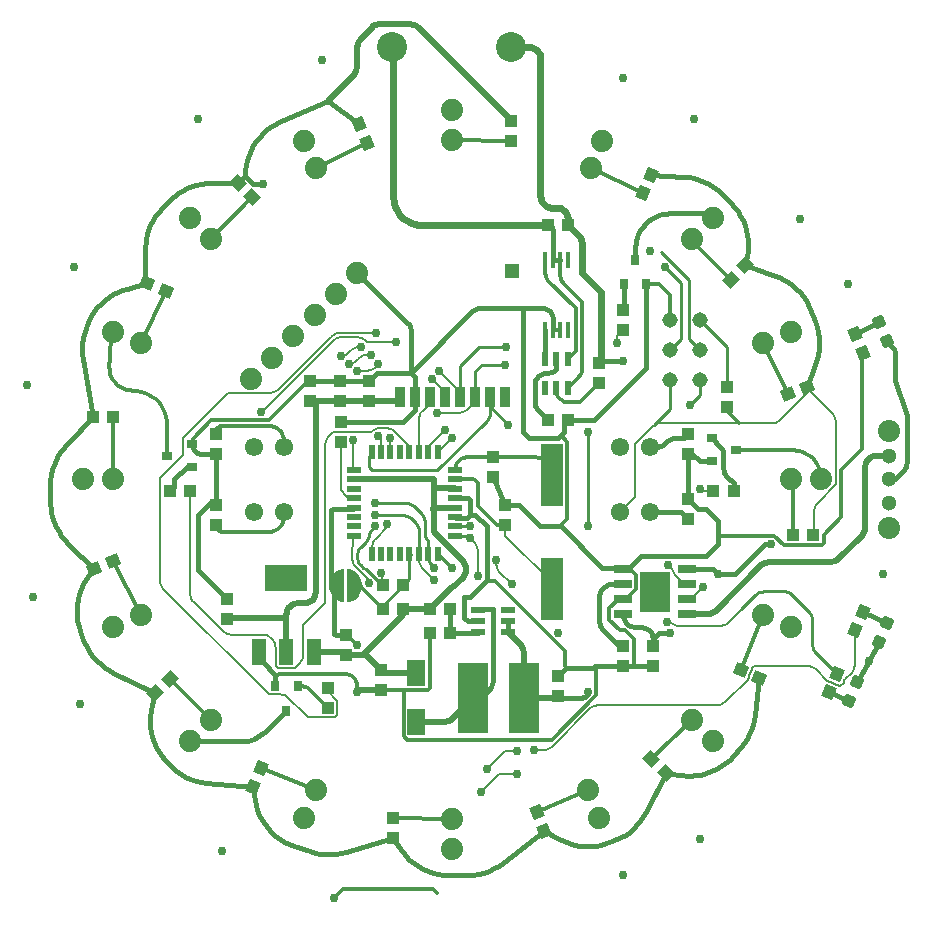
<source format=gtl>
G04 #@! TF.GenerationSoftware,KiCad,Pcbnew,(6.0.4-0)*
G04 #@! TF.CreationDate,2022-11-18T23:15:20+01:00*
G04 #@! TF.ProjectId,iO_Atletehe_rev1,694f5f41-746c-4657-9465-68655f726576,rev?*
G04 #@! TF.SameCoordinates,Original*
G04 #@! TF.FileFunction,Copper,L1,Top*
G04 #@! TF.FilePolarity,Positive*
%FSLAX46Y46*%
G04 Gerber Fmt 4.6, Leading zero omitted, Abs format (unit mm)*
G04 Created by KiCad (PCBNEW (6.0.4-0)) date 2022-11-18 23:15:20*
%MOMM*%
%LPD*%
G01*
G04 APERTURE LIST*
G04 Aperture macros list*
%AMRoundRect*
0 Rectangle with rounded corners*
0 $1 Rounding radius*
0 $2 $3 $4 $5 $6 $7 $8 $9 X,Y pos of 4 corners*
0 Add a 4 corners polygon primitive as box body*
4,1,4,$2,$3,$4,$5,$6,$7,$8,$9,$2,$3,0*
0 Add four circle primitives for the rounded corners*
1,1,$1+$1,$2,$3*
1,1,$1+$1,$4,$5*
1,1,$1+$1,$6,$7*
1,1,$1+$1,$8,$9*
0 Add four rect primitives between the rounded corners*
20,1,$1+$1,$2,$3,$4,$5,0*
20,1,$1+$1,$4,$5,$6,$7,0*
20,1,$1+$1,$6,$7,$8,$9,0*
20,1,$1+$1,$8,$9,$2,$3,0*%
%AMRotRect*
0 Rectangle, with rotation*
0 The origin of the aperture is its center*
0 $1 length*
0 $2 width*
0 $3 Rotation angle, in degrees counterclockwise*
0 Add horizontal line*
21,1,$1,$2,0,0,$3*%
G04 Aperture macros list end*
G04 #@! TA.AperFunction,ComponentPad*
%ADD10C,1.308000*%
G04 #@! TD*
G04 #@! TA.AperFunction,SMDPad,CuDef*
%ADD11R,1.000000X1.100000*%
G04 #@! TD*
G04 #@! TA.AperFunction,SMDPad,CuDef*
%ADD12RotRect,1.100000X1.000000X315.000000*%
G04 #@! TD*
G04 #@! TA.AperFunction,SMDPad,CuDef*
%ADD13R,1.270000X0.558800*%
G04 #@! TD*
G04 #@! TA.AperFunction,SMDPad,CuDef*
%ADD14R,0.558800X1.270000*%
G04 #@! TD*
G04 #@! TA.AperFunction,SMDPad,CuDef*
%ADD15R,0.800000X0.900000*%
G04 #@! TD*
G04 #@! TA.AperFunction,ComponentPad*
%ADD16C,1.879600*%
G04 #@! TD*
G04 #@! TA.AperFunction,SMDPad,CuDef*
%ADD17RotRect,1.100000X1.000000X112.500000*%
G04 #@! TD*
G04 #@! TA.AperFunction,SMDPad,CuDef*
%ADD18R,1.525000X0.700000*%
G04 #@! TD*
G04 #@! TA.AperFunction,SMDPad,CuDef*
%ADD19R,2.513000X3.402000*%
G04 #@! TD*
G04 #@! TA.AperFunction,SMDPad,CuDef*
%ADD20R,1.100000X1.000000*%
G04 #@! TD*
G04 #@! TA.AperFunction,SMDPad,CuDef*
%ADD21RoundRect,0.015240X0.060960X-0.137160X0.060960X0.137160X-0.060960X0.137160X-0.060960X-0.137160X0*%
G04 #@! TD*
G04 #@! TA.AperFunction,SMDPad,CuDef*
%ADD22RoundRect,0.015240X-0.060960X0.137160X-0.060960X-0.137160X0.060960X-0.137160X0.060960X0.137160X0*%
G04 #@! TD*
G04 #@! TA.AperFunction,SMDPad,CuDef*
%ADD23RotRect,1.100000X1.000000X292.500000*%
G04 #@! TD*
G04 #@! TA.AperFunction,SMDPad,CuDef*
%ADD24R,0.450000X1.475000*%
G04 #@! TD*
G04 #@! TA.AperFunction,SMDPad,CuDef*
%ADD25RoundRect,0.150000X-0.457297X-0.189419X0.189419X-0.457297X0.457297X0.189419X-0.189419X0.457297X0*%
G04 #@! TD*
G04 #@! TA.AperFunction,SMDPad,CuDef*
%ADD26RotRect,1.100000X1.000000X247.500000*%
G04 #@! TD*
G04 #@! TA.AperFunction,SMDPad,CuDef*
%ADD27RoundRect,0.150000X-0.189419X-0.457297X0.457297X-0.189419X0.189419X0.457297X-0.457297X0.189419X0*%
G04 #@! TD*
G04 #@! TA.AperFunction,SMDPad,CuDef*
%ADD28R,1.550000X2.200000*%
G04 #@! TD*
G04 #@! TA.AperFunction,SMDPad,CuDef*
%ADD29R,0.900000X0.800000*%
G04 #@! TD*
G04 #@! TA.AperFunction,ComponentPad*
%ADD30C,1.550000*%
G04 #@! TD*
G04 #@! TA.AperFunction,SMDPad,CuDef*
%ADD31R,1.200000X0.600000*%
G04 #@! TD*
G04 #@! TA.AperFunction,SMDPad,CuDef*
%ADD32RotRect,1.100000X1.000000X135.000000*%
G04 #@! TD*
G04 #@! TA.AperFunction,SMDPad,CuDef*
%ADD33RotRect,1.100000X1.000000X337.500000*%
G04 #@! TD*
G04 #@! TA.AperFunction,SMDPad,CuDef*
%ADD34RotRect,1.100000X1.000000X67.500000*%
G04 #@! TD*
G04 #@! TA.AperFunction,SMDPad,CuDef*
%ADD35RotRect,1.100000X1.000000X225.000000*%
G04 #@! TD*
G04 #@! TA.AperFunction,SMDPad,CuDef*
%ADD36RotRect,1.100000X1.000000X22.500000*%
G04 #@! TD*
G04 #@! TA.AperFunction,SMDPad,CuDef*
%ADD37R,2.500000X6.000000*%
G04 #@! TD*
G04 #@! TA.AperFunction,SMDPad,CuDef*
%ADD38RoundRect,0.150000X0.457297X0.189419X-0.189419X0.457297X-0.457297X-0.189419X0.189419X-0.457297X0*%
G04 #@! TD*
G04 #@! TA.AperFunction,SMDPad,CuDef*
%ADD39R,1.930400X5.334000*%
G04 #@! TD*
G04 #@! TA.AperFunction,SMDPad,CuDef*
%ADD40RotRect,1.100000X1.000000X202.500000*%
G04 #@! TD*
G04 #@! TA.AperFunction,SMDPad,CuDef*
%ADD41RotRect,1.100000X1.000000X157.500000*%
G04 #@! TD*
G04 #@! TA.AperFunction,SMDPad,CuDef*
%ADD42R,0.600000X1.200000*%
G04 #@! TD*
G04 #@! TA.AperFunction,SMDPad,CuDef*
%ADD43R,0.812800X1.676400*%
G04 #@! TD*
G04 #@! TA.AperFunction,ComponentPad*
%ADD44R,1.308000X1.308000*%
G04 #@! TD*
G04 #@! TA.AperFunction,SMDPad,CuDef*
%ADD45RotRect,1.100000X1.000000X45.000000*%
G04 #@! TD*
G04 #@! TA.AperFunction,SMDPad,CuDef*
%ADD46R,1.219200X2.235200*%
G04 #@! TD*
G04 #@! TA.AperFunction,SMDPad,CuDef*
%ADD47R,3.600000X2.200000*%
G04 #@! TD*
G04 #@! TA.AperFunction,ComponentPad*
%ADD48C,2.540000*%
G04 #@! TD*
G04 #@! TA.AperFunction,ComponentPad*
%ADD49C,1.300000*%
G04 #@! TD*
G04 #@! TA.AperFunction,ComponentPad*
%ADD50C,1.875000*%
G04 #@! TD*
G04 #@! TA.AperFunction,ViaPad*
%ADD51C,0.756400*%
G04 #@! TD*
G04 #@! TA.AperFunction,Conductor*
%ADD52C,0.250000*%
G04 #@! TD*
G04 #@! TA.AperFunction,Conductor*
%ADD53C,0.304800*%
G04 #@! TD*
G04 #@! TA.AperFunction,Conductor*
%ADD54C,0.203200*%
G04 #@! TD*
G04 #@! TA.AperFunction,Conductor*
%ADD55C,0.406400*%
G04 #@! TD*
G04 #@! TA.AperFunction,Conductor*
%ADD56C,0.508000*%
G04 #@! TD*
G04 #@! TA.AperFunction,Conductor*
%ADD57C,0.254000*%
G04 #@! TD*
G04 #@! TA.AperFunction,Conductor*
%ADD58C,0.609600*%
G04 #@! TD*
G04 APERTURE END LIST*
G36*
X139841873Y-112615197D02*
G01*
X140061114Y-112695138D01*
X140264267Y-112809970D01*
X140445822Y-112956582D01*
X140600858Y-113130998D01*
X140725173Y-113328490D01*
X140815397Y-113543704D01*
X140869081Y-113770806D01*
X140884771Y-114003600D01*
X140869081Y-114236394D01*
X140815396Y-114463497D01*
X140725172Y-114678710D01*
X140600858Y-114876202D01*
X140445821Y-115050618D01*
X140264266Y-115197230D01*
X140061114Y-115312062D01*
X139841873Y-115392003D01*
X139609685Y-115435409D01*
X139609685Y-112571791D01*
X139841873Y-112615197D01*
G37*
G36*
X139392515Y-115435409D02*
G01*
X139160327Y-115392003D01*
X138941086Y-115312062D01*
X138737934Y-115197230D01*
X138556379Y-115050618D01*
X138401342Y-114876202D01*
X138277028Y-114678710D01*
X138186804Y-114463497D01*
X138133119Y-114236394D01*
X138117429Y-114003600D01*
X138133119Y-113770806D01*
X138186803Y-113543704D01*
X138277027Y-113328490D01*
X138401342Y-113130998D01*
X138556378Y-112956582D01*
X138737933Y-112809970D01*
X138941086Y-112695138D01*
X139160327Y-112615197D01*
X139392515Y-112571791D01*
X139392515Y-115435409D01*
G37*
D10*
X166979600Y-94030800D03*
X169519600Y-94030800D03*
X166979600Y-96570800D03*
X169519600Y-96570800D03*
X169519600Y-91490800D03*
X166979600Y-91490800D03*
D11*
X171805600Y-97194000D03*
X171805600Y-98894000D03*
X139081100Y-101843600D03*
X139081100Y-100143600D03*
D12*
X165400059Y-128652559D03*
X166602141Y-129854641D03*
D11*
X163001100Y-119153600D03*
X163001100Y-120853600D03*
D13*
X148793700Y-109803600D03*
X148793700Y-109003600D03*
X148793700Y-108203600D03*
X148793700Y-107403600D03*
X148793700Y-106603600D03*
X148793700Y-105803600D03*
X148793700Y-105003600D03*
X148793700Y-104203600D03*
D14*
X147301100Y-102711000D03*
X146501100Y-102711000D03*
X145701100Y-102711000D03*
X144901100Y-102711000D03*
X144101100Y-102711000D03*
X143301100Y-102711000D03*
X142501100Y-102711000D03*
X141701100Y-102711000D03*
D13*
X140208500Y-104203600D03*
X140208500Y-105003600D03*
X140208500Y-105803600D03*
X140208500Y-106603600D03*
X140208500Y-107403600D03*
X140208500Y-108203600D03*
X140208500Y-109003600D03*
X140208500Y-109803600D03*
D14*
X141701100Y-111296200D03*
X142501100Y-111296200D03*
X143301100Y-111296200D03*
X144101100Y-111296200D03*
X144901100Y-111296200D03*
X145701100Y-111296200D03*
X146501100Y-111296200D03*
X147301100Y-111296200D03*
D15*
X163051100Y-88503600D03*
X164951100Y-88503600D03*
X164001100Y-86403600D03*
D16*
X131501100Y-96503600D03*
X133297151Y-94707549D03*
X135093202Y-92911498D03*
X136889254Y-91115446D03*
X138685305Y-89319395D03*
X140481356Y-87523344D03*
D17*
X141326381Y-76538898D03*
X140675819Y-74968302D03*
D11*
X143501100Y-133653600D03*
X143501100Y-135353600D03*
D18*
X162959100Y-112618600D03*
X162959100Y-113888600D03*
X162959100Y-115158600D03*
X162959100Y-116428600D03*
X168383100Y-116428600D03*
X168383100Y-115158600D03*
X168383100Y-113888600D03*
X168383100Y-112618600D03*
D19*
X165671100Y-114523600D03*
D16*
X177231100Y-105003600D03*
X179771100Y-105003600D03*
X168853074Y-125355574D03*
X170649126Y-127151626D03*
X136987108Y-131330273D03*
X136015092Y-133676927D03*
D11*
X138001100Y-122653600D03*
X138001100Y-124353600D03*
D20*
X148351100Y-116003600D03*
X146651100Y-116003600D03*
D21*
X140771100Y-114003600D03*
D22*
X138231100Y-114003600D03*
D11*
X153001100Y-107153600D03*
X153001100Y-108853600D03*
D23*
X155675819Y-133218302D03*
X156326381Y-134788898D03*
D16*
X128149126Y-125355574D03*
X126353074Y-127151626D03*
D20*
X142651100Y-116003600D03*
X144351100Y-116003600D03*
D24*
X158336100Y-86465600D03*
X157686100Y-86465600D03*
X157036100Y-86465600D03*
X156386100Y-86465600D03*
X156386100Y-92341600D03*
X157036100Y-92341600D03*
X157686100Y-92341600D03*
X158336100Y-92341600D03*
D11*
X161001100Y-96853600D03*
X161001100Y-95153600D03*
D25*
X184665487Y-118813842D03*
X185336713Y-117193358D03*
D23*
X182675819Y-92718302D03*
X183326381Y-94288898D03*
D16*
X128149126Y-84651626D03*
X126353074Y-82855574D03*
D20*
X156651100Y-100003600D03*
X158351100Y-100003600D03*
D11*
X152001100Y-104853600D03*
X152001100Y-103153600D03*
D20*
X146651100Y-118003600D03*
X148351100Y-118003600D03*
D16*
X174827773Y-116517592D03*
X177174427Y-117489608D03*
D26*
X183326381Y-116218302D03*
X182675819Y-117788898D03*
D16*
X122174427Y-116517592D03*
X119827773Y-117489608D03*
D11*
X168501100Y-108353600D03*
X168501100Y-106653600D03*
X136501100Y-96653600D03*
X136501100Y-98353600D03*
D27*
X185336713Y-93313842D03*
X184665487Y-91693358D03*
D26*
X132326381Y-129468302D03*
X131675819Y-131038898D03*
D28*
X145501100Y-121453600D03*
X145501100Y-125553600D03*
D16*
X136987108Y-78676927D03*
X136015092Y-76330273D03*
X119771100Y-105003600D03*
X117231100Y-105003600D03*
D11*
X129501100Y-116853600D03*
X129501100Y-115153600D03*
D29*
X126501100Y-103953600D03*
X126501100Y-102053600D03*
X124401100Y-103003600D03*
X170501100Y-101553600D03*
X170501100Y-103453600D03*
X172601100Y-102503600D03*
D11*
X139501100Y-119853600D03*
X139501100Y-118153600D03*
D20*
X126351100Y-106003600D03*
X124651100Y-106003600D03*
D16*
X122174427Y-93489608D03*
X119827773Y-92517592D03*
D30*
X162731100Y-107753600D03*
X165271100Y-107753600D03*
X165271100Y-102253600D03*
X162731100Y-102253600D03*
D31*
X150751100Y-116053600D03*
X150751100Y-117003600D03*
X150751100Y-117953600D03*
X153251100Y-117953600D03*
X153251100Y-117003600D03*
X153251100Y-116053600D03*
D16*
X160265092Y-78676927D03*
X161237108Y-76330273D03*
D32*
X131602141Y-81104641D03*
X130400059Y-79902559D03*
D20*
X119851100Y-99753600D03*
X118151100Y-99753600D03*
D33*
X172965802Y-121178319D03*
X174536398Y-121828881D03*
D34*
X164675819Y-80788898D03*
X165326381Y-79218302D03*
D11*
X168501100Y-101153600D03*
X168501100Y-102853600D03*
D16*
X148501100Y-133733600D03*
X148501100Y-136273600D03*
X168853074Y-84651626D03*
X170649126Y-82855574D03*
D20*
X177401100Y-109753600D03*
X179101100Y-109753600D03*
D35*
X124602141Y-121902559D03*
X123400059Y-123104641D03*
D36*
X176965802Y-97828881D03*
X178536398Y-97178319D03*
D11*
X157501100Y-123353600D03*
X157501100Y-121653600D03*
D37*
X150326100Y-123503600D03*
X154626100Y-123503600D03*
D38*
X182836713Y-122193358D03*
X182165487Y-123813842D03*
D11*
X165501100Y-119153600D03*
X165501100Y-120853600D03*
D39*
X157001100Y-104677600D03*
X157001100Y-114329600D03*
D20*
X142651100Y-114003600D03*
X144351100Y-114003600D03*
D15*
X135451100Y-122503600D03*
X133551100Y-122503600D03*
X134501100Y-124603600D03*
D11*
X139001100Y-96653600D03*
X139001100Y-98353600D03*
X128501100Y-108853600D03*
X128501100Y-107153600D03*
D20*
X156651100Y-83503600D03*
X158351100Y-83503600D03*
D16*
X160015092Y-131330273D03*
X160987108Y-133676927D03*
D40*
X119786398Y-111928319D03*
X118215802Y-112578881D03*
D11*
X128501100Y-102853600D03*
X128501100Y-101153600D03*
D41*
X124286398Y-89078881D03*
X122715802Y-88428319D03*
D11*
X153501100Y-76353600D03*
X153501100Y-74653600D03*
D42*
X158311100Y-94813600D03*
X157361100Y-94813600D03*
X156411100Y-94813600D03*
X156411100Y-97313600D03*
X157361100Y-97313600D03*
X158311100Y-97313600D03*
D43*
X144111100Y-98003600D03*
X146651100Y-98003600D03*
X147921100Y-98003600D03*
X145381100Y-98003600D03*
D44*
X153626100Y-87378600D03*
D43*
X153001100Y-98003600D03*
X151731100Y-98003600D03*
X150461100Y-98003600D03*
X149191100Y-98003600D03*
D45*
X172150059Y-88104641D03*
X173352141Y-86902559D03*
D46*
X132189700Y-119602400D03*
X134501100Y-119602400D03*
X136812500Y-119602400D03*
D47*
X134501100Y-113404600D03*
D11*
X141501100Y-96653600D03*
X141501100Y-98353600D03*
D34*
X180425819Y-123038898D03*
X181076381Y-121468302D03*
D30*
X131731100Y-107753600D03*
X134271100Y-107753600D03*
X134271100Y-102253600D03*
X131731100Y-102253600D03*
D16*
X174827773Y-93489608D03*
X177174427Y-92517592D03*
D11*
X163001100Y-92353600D03*
X163001100Y-90653600D03*
D16*
X148501100Y-76273600D03*
X148501100Y-73733600D03*
D11*
X142501100Y-121153600D03*
X142501100Y-122853600D03*
D20*
X170651100Y-106003600D03*
X172351100Y-106003600D03*
D48*
X153471100Y-68403600D03*
X143471100Y-68403600D03*
D49*
X185501100Y-103003600D03*
X185501100Y-105003600D03*
X185501100Y-107003600D03*
D50*
X185501100Y-100903600D03*
X185501100Y-109103600D03*
D51*
X168656000Y-98755200D03*
X153263600Y-100380800D03*
X165252400Y-85648800D03*
X153060400Y-93827600D03*
X166573200Y-87071200D03*
X153009600Y-95300800D03*
X112501100Y-97003600D03*
X113001100Y-115003600D03*
X163001100Y-71003600D03*
X140505100Y-119044800D03*
X140501100Y-123003600D03*
X137501100Y-69503600D03*
X182001100Y-88503600D03*
X138501100Y-140503600D03*
X157501100Y-118003600D03*
X127001100Y-74503600D03*
X129001100Y-136503600D03*
X117001100Y-124003600D03*
X178001100Y-83003600D03*
X185001100Y-113003600D03*
X116501100Y-87003600D03*
X163001100Y-138503600D03*
X169001100Y-74503600D03*
X169501100Y-135503600D03*
X141660800Y-94508400D03*
X143261000Y-101531500D03*
X139793900Y-95219600D03*
X146817000Y-96553100D03*
X147261500Y-99397900D03*
X142283100Y-101353700D03*
X140505100Y-95841900D03*
X142283100Y-95219600D03*
X140771800Y-93797200D03*
X139082700Y-94597300D03*
X147439300Y-95841900D03*
X140149500Y-101709300D03*
X141483000Y-113799700D03*
X152239900Y-111843900D03*
X153573400Y-113888600D03*
X142994300Y-108821300D03*
X150728600Y-113177400D03*
X150001100Y-110003600D03*
X169486500Y-105798700D03*
X150001100Y-109003600D03*
X142105300Y-92641500D03*
X147883800Y-100820300D03*
X143794400Y-93352700D03*
X132326300Y-99309000D03*
X148506100Y-101531500D03*
X151501100Y-129503600D03*
X154001100Y-128003600D03*
X147001100Y-112503600D03*
X142001100Y-107003600D03*
X154001100Y-130003600D03*
X142001100Y-108003600D03*
X147001100Y-113503600D03*
X151001100Y-131503600D03*
X148501100Y-112503600D03*
X160001100Y-101003600D03*
X162501100Y-93503600D03*
X160001100Y-109003600D03*
X142501100Y-112903600D03*
X142001100Y-109003600D03*
X132501100Y-80003600D03*
X147001100Y-107503600D03*
X167001100Y-118003600D03*
X171001100Y-113003600D03*
X175501100Y-110503600D03*
X183807725Y-120398960D03*
X166819500Y-112288400D03*
X155440300Y-127934800D03*
X169753200Y-114155300D03*
X166730600Y-117089000D03*
X163001100Y-95003600D03*
X160001100Y-123003600D03*
D52*
X153263600Y-100380800D02*
X151731100Y-98848300D01*
X151731100Y-98848300D02*
X151731100Y-98003600D01*
X169519600Y-96570800D02*
X169519600Y-97891600D01*
X169519600Y-97891600D02*
X168656000Y-98755200D01*
X153060400Y-93827600D02*
X150825200Y-93827600D01*
X149191100Y-95461700D02*
X149191100Y-98003600D01*
X150825200Y-93827600D02*
X149191100Y-95461700D01*
X169519600Y-94030800D02*
X168588689Y-93099889D01*
X168588689Y-93099889D02*
X168588689Y-88121489D01*
X168588689Y-88121489D02*
X166217600Y-85750400D01*
D53*
X166979600Y-91490800D02*
X166979600Y-89408000D01*
X166979600Y-89408000D02*
X166075200Y-88503600D01*
X166075200Y-88503600D02*
X164951100Y-88503600D01*
D52*
X153009600Y-95300800D02*
X151028400Y-95300800D01*
X151028400Y-95300800D02*
X150461100Y-95868100D01*
X150461100Y-95868100D02*
X150461100Y-98003600D01*
X166979600Y-94030800D02*
X167910511Y-93099889D01*
X167910511Y-93099889D02*
X167910511Y-88408511D01*
X167910511Y-88408511D02*
X166573200Y-87071200D01*
X166979600Y-96570800D02*
X166979600Y-99087173D01*
X166979600Y-99087173D02*
X165611342Y-100455431D01*
X169519600Y-91490800D02*
X171805600Y-93776800D01*
X171805600Y-93776800D02*
X171805600Y-97194000D01*
X171805600Y-98894000D02*
X171805600Y-99227800D01*
X171805600Y-99227800D02*
X172821600Y-100243800D01*
D53*
X146943623Y-139726679D02*
X147270872Y-140053928D01*
X138501100Y-140503600D02*
X139278021Y-139726679D01*
X139278021Y-139726679D02*
X146943623Y-139726679D01*
D52*
X172821600Y-100243800D02*
X172778500Y-100286900D01*
D54*
X166166912Y-100286900D02*
X172778500Y-100286900D01*
X172778500Y-100286900D02*
X175561987Y-100286900D01*
D55*
X164951100Y-95553600D02*
X164567750Y-95936950D01*
X164567750Y-95936950D02*
X160501100Y-100003600D01*
D53*
X164063600Y-114333100D02*
X163263500Y-115133200D01*
D55*
X148843700Y-108253600D02*
X148793700Y-108203600D01*
X150501100Y-108003600D02*
X151501100Y-109003600D01*
D53*
X162819000Y-115222100D02*
X162552300Y-115222100D01*
D55*
X126501100Y-102053600D02*
X126521158Y-102231617D01*
X138231100Y-107773600D02*
X138231100Y-114003600D01*
X141501100Y-96653600D02*
X142151100Y-96003600D01*
D53*
X176598500Y-110599300D02*
X179798900Y-110599300D01*
D55*
X169501100Y-103503600D02*
X170451100Y-103503600D01*
X128001100Y-107003600D02*
X127001100Y-108003600D01*
X151500200Y-113504500D02*
X150001100Y-115003600D01*
X138231100Y-114003600D02*
X138334425Y-114024153D01*
D53*
X133501100Y-122453600D02*
X133501100Y-122453600D01*
D55*
X132501100Y-119913800D02*
X132189700Y-119602400D01*
X145381100Y-98003600D02*
X145381100Y-96383600D01*
D53*
X144416700Y-122867500D02*
X146461400Y-122867500D01*
D55*
X169351100Y-107503600D02*
X170001100Y-107503600D01*
X138651100Y-118153600D02*
X139501100Y-118153600D01*
D53*
X158285100Y-108376800D02*
X158285100Y-101887100D01*
X133871690Y-121520637D02*
X133751100Y-121570587D01*
D55*
X162844100Y-112503600D02*
X162959100Y-112618600D01*
X138501100Y-118003600D02*
X138521196Y-118078600D01*
X154501100Y-90503600D02*
X156086887Y-90503600D01*
X168501100Y-102853600D02*
X168851100Y-102853600D01*
D53*
X133501100Y-122453600D02*
X133551100Y-122503600D01*
D55*
X132501100Y-120503600D02*
X132501100Y-119913800D01*
X156793993Y-90796494D02*
X156793992Y-90796493D01*
D53*
X128148000Y-100020200D02*
X126547800Y-101620400D01*
D55*
X138231100Y-114003600D02*
X138231100Y-114003600D01*
D53*
X158107300Y-120822800D02*
X158151100Y-121003600D01*
D55*
X145001100Y-96003600D02*
X145381100Y-96383600D01*
D53*
X126547800Y-101887100D02*
X126501100Y-102053600D01*
X144683400Y-127045800D02*
X144416700Y-126779100D01*
D55*
X157501100Y-101503600D02*
X155001100Y-101503600D01*
X150915312Y-90503600D02*
X150915312Y-90503600D01*
D53*
X163263500Y-115133200D02*
X162996800Y-115133200D01*
X160685400Y-123312000D02*
X156951600Y-127045800D01*
D55*
X138521196Y-118078600D02*
X138576100Y-118133504D01*
X126580325Y-102400707D02*
X126675635Y-102552392D01*
X128501100Y-102853600D02*
X128501100Y-107153600D01*
D53*
X181488000Y-108199000D02*
X181488000Y-104198500D01*
D56*
X140651100Y-122853600D02*
X140501100Y-123003600D01*
D53*
X161841100Y-116911200D02*
X162730100Y-117800200D01*
D55*
X154501100Y-101003600D02*
X154501100Y-90503600D01*
X140208500Y-107403600D02*
X140108500Y-107503600D01*
X156973178Y-91064663D02*
X157036100Y-91380991D01*
X145381100Y-99123600D02*
X145381100Y-98003600D01*
X144361100Y-100143600D02*
X145381100Y-99123600D01*
D53*
X156951600Y-127045800D02*
X144683400Y-127045800D01*
X136326800Y-96730900D02*
X136501100Y-96653600D01*
D55*
X158001100Y-101003600D02*
X157701350Y-101303350D01*
X127001100Y-112653600D02*
X127001100Y-108003600D01*
X156793992Y-90796493D02*
X156896791Y-90921754D01*
D53*
X160685400Y-121089500D02*
X160685400Y-123312000D01*
D55*
X145001100Y-92457307D02*
X145001100Y-96003600D01*
D53*
X157840600Y-108821300D02*
X157751100Y-109003600D01*
D55*
X150001100Y-108003600D02*
X149751100Y-108253600D01*
D53*
X133037500Y-100020200D02*
X128148000Y-100020200D01*
X158107300Y-120822800D02*
X158107300Y-119578200D01*
D55*
X156281977Y-90522815D02*
X156469570Y-90579721D01*
X164501100Y-111503600D02*
X163501100Y-112503600D01*
D53*
X133751100Y-121570587D02*
X133647547Y-121650047D01*
D55*
X150001100Y-117003600D02*
X150001100Y-117003600D01*
D53*
X175798400Y-109799200D02*
X176598500Y-110599300D01*
D55*
X126802308Y-102679065D02*
X126953993Y-102774375D01*
X149501100Y-115003600D02*
X149501100Y-116503600D01*
X171001100Y-109799200D02*
X171001100Y-110503600D01*
D56*
X140651100Y-122853600D02*
X142501100Y-122853600D01*
D55*
X138310181Y-107582681D02*
X138231100Y-107773600D01*
D53*
X140501100Y-122503600D02*
X140501100Y-122503600D01*
X179976700Y-110421500D02*
X179976700Y-109710300D01*
D55*
X170001100Y-107503600D02*
X171001100Y-108503600D01*
X138422019Y-114082681D02*
X138501100Y-114273600D01*
X149568087Y-116753600D02*
X149518137Y-116633010D01*
X144924979Y-92074623D02*
X145001100Y-92457307D01*
D53*
X140208207Y-121796493D02*
X140056670Y-121672130D01*
X162730100Y-117800200D02*
X163174600Y-117800200D01*
D55*
X144708206Y-91750200D02*
X144708206Y-91750200D01*
X139081100Y-100143600D02*
X144361100Y-100143600D01*
D53*
X163885800Y-118511400D02*
X163885800Y-120853600D01*
X139616100Y-118155800D02*
X140505100Y-119044800D01*
X152151000Y-113621900D02*
X151617600Y-113621900D01*
X181488000Y-104198500D02*
X183266000Y-102420500D01*
D55*
X158351100Y-100003600D02*
X158001100Y-100353600D01*
X128481004Y-107078600D02*
X128426100Y-107023696D01*
X162844100Y-112503600D02*
X161251100Y-112503600D01*
X156896791Y-90921754D02*
X156973178Y-91064663D01*
X157751100Y-109003600D02*
X161251100Y-112503600D01*
X150001100Y-115003600D02*
X149501100Y-115003600D01*
D53*
X139883783Y-121579720D02*
X139501100Y-121503600D01*
D55*
X157751100Y-109003600D02*
X156001100Y-109003600D01*
X160501100Y-121003600D02*
X160651100Y-120853600D01*
X153001100Y-107153600D02*
X152001100Y-104853600D01*
D53*
X144416700Y-126779100D02*
X144416700Y-122867500D01*
D55*
X128501100Y-107153600D02*
X128481004Y-107078600D01*
D53*
X140056670Y-121672130D02*
X139883783Y-121579720D01*
D55*
X150720222Y-90522815D02*
X150532629Y-90579721D01*
D53*
X133501100Y-122003600D02*
X133501100Y-122453600D01*
D55*
X140108500Y-107503600D02*
X138501100Y-107503600D01*
D53*
X134001100Y-121503600D02*
X133871690Y-121520637D01*
D55*
X168501100Y-106653600D02*
X169351100Y-107503600D01*
X163885800Y-120853600D02*
X165501100Y-120853600D01*
X158001100Y-100353600D02*
X158001100Y-101003600D01*
X139001100Y-96653600D02*
X141501100Y-96653600D01*
D53*
X160685400Y-121089500D02*
X160501100Y-121003600D01*
D55*
X163501100Y-112503600D02*
X162844100Y-112503600D01*
X150915312Y-90503600D02*
X150720222Y-90522815D01*
X136501100Y-96653600D02*
X139001100Y-96653600D01*
D53*
X126547800Y-101620400D02*
X126547800Y-101887100D01*
X179976700Y-109710300D02*
X181488000Y-108199000D01*
X158285100Y-101887100D02*
X157701350Y-101303350D01*
D55*
X128426100Y-107023696D02*
X128351100Y-107003600D01*
D53*
X179798900Y-110599300D02*
X179976700Y-110421500D01*
X146639200Y-118066900D02*
X146651100Y-118003600D01*
X133518137Y-121874190D02*
X133501100Y-122003600D01*
D55*
X154151100Y-107153600D02*
X153001100Y-107153600D01*
X170451100Y-103503600D02*
X170501100Y-103453600D01*
X138397775Y-107524153D02*
X138310181Y-107582681D01*
D53*
X183266000Y-102420500D02*
X183266000Y-94330600D01*
D55*
X138576100Y-118133504D02*
X138651100Y-118153600D01*
D53*
X158107300Y-119578200D02*
X152151000Y-113621900D01*
D55*
X150751100Y-117003600D02*
X150001100Y-117003600D01*
D53*
X161841100Y-115933300D02*
X161841100Y-116911200D01*
X157840600Y-108821300D02*
X158285100Y-108376800D01*
D55*
X128351100Y-107003600D02*
X128001100Y-107003600D01*
D53*
X142727600Y-122867500D02*
X144416700Y-122867500D01*
D55*
X133551100Y-121553600D02*
X132501100Y-120503600D01*
X126675635Y-102552392D02*
X126802308Y-102679065D01*
X154501100Y-90503600D02*
X150915312Y-90503600D01*
D53*
X146461400Y-122867500D02*
X146639200Y-122689700D01*
D55*
X150532629Y-90579721D02*
X150208206Y-90796494D01*
X138501100Y-107503600D02*
X138397775Y-107524153D01*
D53*
X163619100Y-112644000D02*
X164063600Y-113088500D01*
D55*
X127301100Y-102853600D02*
X128501100Y-102853600D01*
X149751100Y-116936613D02*
X149647547Y-116857153D01*
X156469570Y-90579721D02*
X156793993Y-90796494D01*
X150001100Y-106753600D02*
X150001100Y-108003600D01*
D53*
X163619100Y-112644000D02*
X162959100Y-112618600D01*
D55*
X149647547Y-116857153D02*
X149568087Y-116753600D01*
X157036100Y-91380991D02*
X157036100Y-92341600D01*
X126521158Y-102231617D02*
X126580325Y-102400707D01*
D53*
X140501100Y-122503600D02*
X140481885Y-122308510D01*
X151617600Y-113621900D02*
X151500200Y-113504500D01*
X140481885Y-122308510D02*
X140424980Y-122120917D01*
D55*
X156086887Y-90503600D02*
X156086886Y-90503600D01*
X156086886Y-90503600D02*
X156281977Y-90522815D01*
X150001100Y-108003600D02*
X150501100Y-108003600D01*
X126953993Y-102774375D02*
X127301100Y-102853600D01*
D53*
X140501100Y-123003600D02*
X140501100Y-122503600D01*
D55*
X144832569Y-91901736D02*
X144924979Y-92074623D01*
X145001100Y-96003600D02*
X142151100Y-96003600D01*
D53*
X134001100Y-121503600D02*
X134001100Y-121503600D01*
D55*
X156001100Y-109003600D02*
X154151100Y-107153600D01*
X138501100Y-107503600D02*
X138501100Y-107503600D01*
D53*
X139616100Y-118155800D02*
X139501100Y-118153600D01*
D55*
X168501100Y-102853600D02*
X168501100Y-106653600D01*
X138501100Y-118003600D02*
X138501100Y-118003600D01*
D53*
X163174600Y-117800200D02*
X163885800Y-118511400D01*
D55*
X157501100Y-121653600D02*
X158151100Y-121003600D01*
D53*
X162552300Y-115222100D02*
X161841100Y-115933300D01*
X146639200Y-122689700D02*
X146639200Y-118066900D01*
X162996800Y-115133200D02*
X162959100Y-115158600D01*
D55*
X170001100Y-111503600D02*
X164501100Y-111503600D01*
D53*
X136326800Y-96730900D02*
X133037500Y-100020200D01*
X162819000Y-115222100D02*
X162959100Y-115158600D01*
X140424980Y-122120917D02*
X140332570Y-121948030D01*
D55*
X150208206Y-90796494D02*
X145001100Y-96003600D01*
X149751100Y-108253600D02*
X148843700Y-108253600D01*
X133551100Y-122503600D02*
X133551100Y-121553600D01*
X149518137Y-116633010D02*
X149501100Y-116503600D01*
X140208500Y-107403600D02*
X140208500Y-107403600D01*
D53*
X171001100Y-109799200D02*
X175798400Y-109799200D01*
D55*
X157701350Y-101303350D02*
X157501100Y-101503600D01*
D53*
X139501100Y-121503600D02*
X134001100Y-121503600D01*
D55*
X149871690Y-116986563D02*
X149751100Y-116936613D01*
X151501100Y-109003600D02*
X151501100Y-113503600D01*
X151501100Y-113503600D02*
X151500200Y-113504500D01*
D53*
X142727600Y-122867500D02*
X142501100Y-122853600D01*
D55*
X126501100Y-102053600D02*
X126501100Y-102053600D01*
X155001100Y-101503600D02*
X154501100Y-101003600D01*
X144708206Y-91750200D02*
X144832569Y-91901736D01*
X148793700Y-106603600D02*
X149851100Y-106603600D01*
X168851100Y-102853600D02*
X169501100Y-103503600D01*
X138334425Y-114024153D02*
X138422019Y-114082681D01*
X163001100Y-120853600D02*
X163885800Y-120853600D01*
X149851100Y-106603600D02*
X150001100Y-106753600D01*
X171001100Y-108503600D02*
X171001100Y-109799200D01*
X160651100Y-120853600D02*
X163001100Y-120853600D01*
X128501100Y-107153600D02*
X128501100Y-107153600D01*
X150001100Y-117003600D02*
X149871690Y-116986563D01*
X140481353Y-87523347D02*
X144708206Y-91750200D01*
X160501100Y-100003600D02*
X158351100Y-100003600D01*
D53*
X164063600Y-113088500D02*
X164063600Y-114333100D01*
D55*
X164951100Y-88503600D02*
X164951100Y-95553600D01*
D53*
X140332570Y-121948030D02*
X140208207Y-121796493D01*
D55*
X158151100Y-121003600D02*
X160501100Y-121003600D01*
D53*
X183266000Y-94330600D02*
X183326378Y-94288900D01*
X157686100Y-92341600D02*
X157036100Y-92341600D01*
D55*
X171001100Y-110503600D02*
X170001100Y-111503600D01*
D53*
X133647547Y-121650047D02*
X133568087Y-121753600D01*
D55*
X138501100Y-114273600D02*
X138501100Y-118003600D01*
D53*
X133568087Y-121753600D02*
X133518137Y-121874190D01*
D55*
X129501100Y-115153600D02*
X127001100Y-112653600D01*
D53*
X144901100Y-111296200D02*
X145001100Y-111396200D01*
D57*
X144901100Y-113453600D02*
X144901100Y-111296200D01*
X142651100Y-116003600D02*
X140771100Y-114123600D01*
X144901100Y-113453600D02*
X144351100Y-114003600D01*
X144351100Y-114003600D02*
X142651100Y-115703600D01*
D53*
X144901100Y-111296200D02*
X144901100Y-111296200D01*
D57*
X142651100Y-115703600D02*
X142651100Y-116003600D01*
X140771100Y-114123600D02*
X140771100Y-114003600D01*
D54*
X140400946Y-94968154D02*
X140270853Y-95074919D01*
X147883800Y-97975500D02*
X147921100Y-98003600D01*
X141079822Y-94527615D02*
X140892229Y-94584521D01*
X140270853Y-95074919D02*
X140122431Y-95154252D01*
X140400946Y-94968154D02*
X140400946Y-94968154D01*
X141660800Y-94508400D02*
X141274912Y-94508400D01*
X147883800Y-97619900D02*
X146817000Y-96553100D01*
X140567806Y-94801294D02*
X140400946Y-94968154D01*
X143261000Y-102687200D02*
X143301100Y-102711000D01*
X141274912Y-94508400D02*
X141079822Y-94527615D01*
X140892229Y-94584521D02*
X140567806Y-94801294D01*
X147883800Y-97975500D02*
X147883800Y-97619900D01*
X141274912Y-94508400D02*
X141274912Y-94508400D01*
X143261000Y-101531500D02*
X143261000Y-102687200D01*
X140122431Y-95154252D02*
X139793900Y-95219600D01*
X150373000Y-98064400D02*
X150461100Y-98003600D01*
X141802156Y-95673370D02*
X141629270Y-95765780D01*
X141629270Y-95765780D02*
X141246587Y-95841900D01*
X141246587Y-95841900D02*
X140505100Y-95841900D01*
X150373000Y-98508900D02*
X149776893Y-99105007D01*
X149452470Y-99321780D02*
X149069787Y-99397900D01*
X149069787Y-99397900D02*
X147261500Y-99397900D01*
X149776893Y-99105007D02*
X149776893Y-99105007D01*
X141953693Y-95549007D02*
X141953693Y-95549007D01*
X150373000Y-98064400D02*
X150373000Y-98508900D01*
X142460900Y-101531500D02*
X142460900Y-102687200D01*
X149776893Y-99105007D02*
X149625356Y-99229370D01*
X142283100Y-95219600D02*
X141953693Y-95549007D01*
X149625356Y-99229370D02*
X149452470Y-99321780D01*
X141953693Y-95549007D02*
X141802156Y-95673370D01*
X142460900Y-102687200D02*
X142501100Y-102711000D01*
X142283100Y-101353700D02*
X142460900Y-101531500D01*
D57*
X151711885Y-99554478D02*
X151654979Y-99742071D01*
X141701100Y-102711000D02*
X141701100Y-102803600D01*
X151731100Y-98003600D02*
X151731100Y-99359388D01*
X151731100Y-99359388D02*
X151711885Y-99554478D01*
X147251100Y-104253600D02*
X141751100Y-104253600D01*
X151438206Y-100066494D02*
X147251100Y-104253600D01*
X151731100Y-99359388D02*
X151731100Y-99359388D01*
X141701100Y-102803600D02*
X141501100Y-103003600D01*
X151654979Y-99742071D02*
X151438206Y-100066494D01*
X141501100Y-103003600D02*
X141501100Y-104003600D01*
X141751100Y-104253600D02*
X141501100Y-104003600D01*
D54*
X139689746Y-94345854D02*
X139689746Y-94345854D01*
X140149500Y-104198500D02*
X140208500Y-104203600D01*
X140652612Y-93797200D02*
X140652612Y-93797200D01*
X140771800Y-93797200D02*
X140652612Y-93797200D01*
X139559653Y-94452619D02*
X139411231Y-94531952D01*
X139945506Y-94090094D02*
X139689746Y-94345854D01*
X149128400Y-97975500D02*
X149191100Y-98003600D01*
X149128400Y-97975500D02*
X149128400Y-97531000D01*
X140457522Y-93816415D02*
X140269929Y-93873321D01*
X140652612Y-93797200D02*
X140457522Y-93816415D01*
X139411231Y-94531952D02*
X139082700Y-94597300D01*
X139689746Y-94345854D02*
X139559653Y-94452619D01*
X140149500Y-101709300D02*
X140149500Y-104198500D01*
X149128400Y-97531000D02*
X147439300Y-95841900D01*
X140269929Y-93873321D02*
X139945506Y-94090094D01*
X153573400Y-113888600D02*
X152532793Y-112847994D01*
X140060600Y-110866000D02*
X140060600Y-110866000D01*
D55*
X168501100Y-108353600D02*
X167901100Y-107753600D01*
D54*
X152239900Y-112140888D02*
X152239900Y-111843900D01*
X140060600Y-110866000D02*
X140149500Y-110651375D01*
X141483000Y-113799700D02*
X141483000Y-113533000D01*
X152532792Y-112847994D02*
X152408430Y-112696457D01*
X152532793Y-112847994D02*
X152532792Y-112847994D01*
X152408430Y-112696457D02*
X152316020Y-112523571D01*
X152316020Y-112523571D02*
X152239900Y-112140888D01*
D55*
X167901100Y-107753600D02*
X165271100Y-107753600D01*
D54*
X140060600Y-111696388D02*
X140060600Y-110866000D01*
X140136720Y-112079071D02*
X140060600Y-111696388D01*
X140353492Y-112403494D02*
X140229130Y-112251957D01*
X140149500Y-109888100D02*
X140208500Y-109803600D01*
X141483000Y-113533000D02*
X140353493Y-112403494D01*
X140149500Y-110651375D02*
X140149500Y-109888100D01*
X140353493Y-112403494D02*
X140353492Y-112403494D01*
X140229130Y-112251957D02*
X140136720Y-112079071D01*
X142994300Y-109088000D02*
X142042593Y-110039707D01*
D53*
X128826100Y-109416517D02*
X128982868Y-109481452D01*
X128982868Y-109481452D02*
X129151100Y-109503600D01*
D54*
X142042593Y-110039707D02*
X141918230Y-110191244D01*
D53*
X134271100Y-108233600D02*
X134271100Y-107753600D01*
X128691481Y-109313219D02*
X128826100Y-109416517D01*
X133001100Y-109503600D02*
X133001100Y-109503600D01*
X128501100Y-108853600D02*
X128523248Y-109021832D01*
D54*
X142994300Y-108821300D02*
X142994300Y-109088000D01*
D53*
X128588183Y-109178600D02*
X128691481Y-109313219D01*
D54*
X141825820Y-110364130D02*
X141749700Y-110746813D01*
X141749700Y-110746813D02*
X141749700Y-111221600D01*
D53*
X134194510Y-108667966D02*
X134271100Y-108233600D01*
X133221633Y-109484306D02*
X133435466Y-109427010D01*
X129151100Y-109503600D02*
X133001100Y-109503600D01*
X128501100Y-108853600D02*
X128501100Y-108853600D01*
X133001100Y-109503600D02*
X133221633Y-109484306D01*
X133435466Y-109427010D02*
X133636100Y-109333452D01*
X133973976Y-109049940D02*
X134100952Y-108868600D01*
X134100952Y-108868600D02*
X134194510Y-108667966D01*
D54*
X142042593Y-110039707D02*
X142042593Y-110039707D01*
D53*
X128523248Y-109021832D02*
X128588183Y-109178600D01*
D54*
X141749700Y-111221600D02*
X141701100Y-111296200D01*
X141918230Y-110191244D02*
X141825820Y-110364130D01*
D53*
X133636100Y-109333452D02*
X133817440Y-109206476D01*
X133817440Y-109206476D02*
X133973976Y-109049940D01*
D54*
X150652479Y-110719730D02*
X150728600Y-111102413D01*
X169486500Y-105798700D02*
X169664300Y-105976500D01*
X150560069Y-110546843D02*
X150652479Y-110719730D01*
D57*
X148793700Y-109803600D02*
X149801100Y-109803600D01*
X149801100Y-109803600D02*
X150001100Y-110003600D01*
D54*
X150435706Y-110395307D02*
X150560069Y-110546843D01*
X170642200Y-105976500D02*
X170651100Y-106003600D01*
X150435706Y-110395307D02*
X150435706Y-110395307D01*
X150106300Y-110065900D02*
X150435706Y-110395307D01*
X150728600Y-111102413D02*
X150728600Y-113177400D01*
X150106300Y-110065900D02*
X150001100Y-110003600D01*
X169664300Y-105976500D02*
X170642200Y-105976500D01*
D57*
X148793700Y-109003600D02*
X150001100Y-109003600D01*
D54*
X145750200Y-102687200D02*
X145701100Y-102711000D01*
X145918730Y-99345444D02*
X145826320Y-99518330D01*
X145750200Y-99901013D02*
X145750200Y-102687200D01*
X146639200Y-98064400D02*
X146651100Y-98003600D01*
X146043093Y-99193907D02*
X145918730Y-99345444D01*
X146639200Y-98597800D02*
X146043093Y-99193907D01*
X146043093Y-99193907D02*
X146043093Y-99193907D01*
X146639200Y-98064400D02*
X146639200Y-98597800D01*
X145826320Y-99518330D02*
X145750200Y-99901013D01*
X136033906Y-124886008D02*
X136185443Y-125010370D01*
X138580829Y-92717621D02*
X138256406Y-92934394D01*
X138963512Y-92641500D02*
X138963512Y-92641500D01*
X133623356Y-97540270D02*
X133450470Y-97632680D01*
X134339470Y-123299221D02*
X134663893Y-123515994D01*
X134151877Y-123242315D02*
X134339470Y-123299221D01*
X138256406Y-92934394D02*
X133774893Y-97415907D01*
X136358329Y-125102780D02*
X136741012Y-125178900D01*
X134663893Y-123515994D02*
X136033906Y-124886007D01*
X142105300Y-92641500D02*
X138963512Y-92641500D01*
X133956786Y-123223100D02*
X134151877Y-123242315D01*
X123791900Y-113563288D02*
X123791900Y-113563289D01*
X123811115Y-113758379D02*
X123868021Y-113945971D01*
X138816000Y-123756500D02*
X138015900Y-122956400D01*
X138816000Y-125001100D02*
X138816000Y-123756500D01*
X136185443Y-125010370D02*
X136358329Y-125102780D01*
X133774893Y-97415907D02*
X133623356Y-97540270D01*
X133450470Y-97632680D02*
X133067787Y-97708800D01*
X133956787Y-123223100D02*
X133956786Y-123223100D01*
X133067787Y-97708800D02*
X129570400Y-97708800D01*
X146550300Y-102687200D02*
X146550300Y-102153800D01*
X133037500Y-123223100D02*
X133956787Y-123223100D01*
X146550300Y-102687200D02*
X146501100Y-102711000D01*
X129570400Y-97708800D02*
X125747700Y-101531500D01*
X125747700Y-102953900D02*
X123791900Y-104909700D01*
X124084793Y-114270394D02*
X133037500Y-123223100D01*
X138768422Y-92660715D02*
X138580829Y-92717621D01*
X136741012Y-125178900D02*
X138638200Y-125178900D01*
X138963512Y-92641500D02*
X138768422Y-92660715D01*
X138638200Y-125178900D02*
X138816000Y-125001100D01*
X123868021Y-113945971D02*
X124084793Y-114270394D01*
X123791900Y-113563289D02*
X123811115Y-113758379D01*
X125747700Y-101531500D02*
X125747700Y-102953900D01*
X138015900Y-122956400D02*
X138015900Y-122689700D01*
X123791900Y-104909700D02*
X123791900Y-113563288D01*
X138015900Y-122689700D02*
X138001100Y-122653600D01*
X136033906Y-124886007D02*
X136033906Y-124886008D01*
X133774893Y-97415907D02*
X133774893Y-97415907D01*
X146550300Y-102153800D02*
X147883800Y-100820300D01*
X141242493Y-93289994D02*
X141305200Y-93352700D01*
X140535387Y-92997100D02*
X140535386Y-92997100D01*
X138434206Y-93289994D02*
X138434206Y-93289994D01*
X138758629Y-93073221D02*
X139141312Y-92997100D01*
X140918070Y-93073221D02*
X141242493Y-93289994D01*
X141305200Y-93352700D02*
X143794400Y-93352700D01*
X140535386Y-92997100D02*
X140730477Y-93016315D01*
X138434206Y-93289994D02*
X138585742Y-93165631D01*
X138585742Y-93165631D02*
X138758629Y-93073221D01*
X139141312Y-92997100D02*
X140535387Y-92997100D01*
X140730477Y-93016315D02*
X140918070Y-93073221D01*
X132326300Y-99309000D02*
X132415200Y-99309000D01*
X147350400Y-102687200D02*
X147301100Y-102711000D01*
X148506100Y-101531500D02*
X147350400Y-102687200D01*
X132415200Y-99309000D02*
X138434206Y-93289994D01*
D57*
X146316073Y-109976688D02*
X146501100Y-110253600D01*
X144781977Y-107022815D02*
X144969570Y-107079721D01*
X146251100Y-109650047D02*
X146251100Y-109650048D01*
D54*
X154001100Y-128003600D02*
X153001100Y-128003600D01*
D57*
X146267501Y-109816568D02*
X146316073Y-109976688D01*
X146793993Y-112296494D02*
X147001100Y-112503600D01*
X146082569Y-108112243D02*
X146174979Y-108285130D01*
X144969570Y-107079721D02*
X145293993Y-107296494D01*
X145958206Y-107960707D02*
X146082569Y-108112243D01*
X146174979Y-108285130D02*
X146251100Y-108667813D01*
X144586887Y-107003600D02*
X144586886Y-107003600D01*
X146501100Y-111589388D02*
X146501100Y-111589389D01*
X145293993Y-107296494D02*
X145958206Y-107960707D01*
X146501100Y-111296200D02*
X146501100Y-111589388D01*
X146501100Y-111589389D02*
X146520315Y-111784479D01*
D54*
X153001100Y-128003600D02*
X151501100Y-129503600D01*
D57*
X145958206Y-107960707D02*
X145958206Y-107960707D01*
X146501100Y-110253600D02*
X146501100Y-111296200D01*
X146251100Y-109650048D02*
X146267501Y-109816568D01*
X146577221Y-111972071D02*
X146793993Y-112296494D01*
X146520315Y-111784479D02*
X146577221Y-111972071D01*
X144586886Y-107003600D02*
X144781977Y-107022815D01*
X146251100Y-108667813D02*
X146251100Y-109650047D01*
X142001100Y-107003600D02*
X144586887Y-107003600D01*
X144719570Y-108079721D02*
X144336887Y-108003600D01*
X145043993Y-108296494D02*
X145043993Y-108296494D01*
D54*
X151001100Y-131503600D02*
X152501100Y-130003600D01*
D57*
X145043993Y-108296494D02*
X144892457Y-108172131D01*
X145674979Y-109035130D02*
X145458206Y-108710707D01*
X145731885Y-109222723D02*
X145674979Y-109035130D01*
X145751100Y-111246200D02*
X145701100Y-111296200D01*
X144336887Y-108003600D02*
X142001100Y-108003600D01*
D54*
X145777221Y-112172071D02*
X145993993Y-112496494D01*
D57*
X145751100Y-111246200D02*
X145751100Y-109417813D01*
X145458206Y-108710707D02*
X145043993Y-108296494D01*
D54*
X145701100Y-111789389D02*
X145720315Y-111984479D01*
D57*
X144892457Y-108172131D02*
X144719570Y-108079721D01*
D54*
X145993993Y-112496494D02*
X147001100Y-113503600D01*
D57*
X145751100Y-109417813D02*
X145751100Y-109417814D01*
D54*
X145720315Y-111984479D02*
X145777221Y-112172071D01*
D57*
X145751100Y-109417814D02*
X145731885Y-109222723D01*
D54*
X145701100Y-111789388D02*
X145701100Y-111789389D01*
X145701100Y-111296200D02*
X145701100Y-111789388D01*
X152501100Y-130003600D02*
X154001100Y-130003600D01*
X129806811Y-118155800D02*
X129611721Y-118136585D01*
X142935687Y-100642500D02*
X142430612Y-100642500D01*
X133748700Y-121000600D02*
X133570900Y-120822800D01*
X138460400Y-100998100D02*
X138042093Y-101416407D01*
X135882300Y-119964088D02*
X135882300Y-119964088D01*
X132859700Y-118155800D02*
X129806812Y-118155800D01*
X126370000Y-114718988D02*
X126370000Y-106065400D01*
X137749200Y-102123513D02*
X137749200Y-115488800D01*
X142430612Y-100642500D02*
X142235522Y-100661715D01*
X137749200Y-115488800D02*
X135882300Y-117355700D01*
X135882300Y-119964088D02*
X135863085Y-120159178D01*
X133494779Y-118898530D02*
X133278006Y-118574107D01*
X133278006Y-118574107D02*
X132859700Y-118155800D01*
X133570900Y-119281213D02*
X133570900Y-119281214D01*
X135863085Y-120159178D02*
X135806179Y-120346771D01*
X129099706Y-117862907D02*
X126662893Y-115426094D01*
X141660800Y-100998100D02*
X138460400Y-100998100D01*
X135589406Y-120671194D02*
X135260000Y-121000600D01*
X144861200Y-102153800D02*
X143642793Y-100935394D01*
X126370000Y-106065400D02*
X126351100Y-106003600D01*
X143318370Y-100718621D02*
X142935687Y-100642500D01*
X129424129Y-118079679D02*
X129099706Y-117862907D01*
X135260000Y-121000600D02*
X133748700Y-121000600D01*
X133570900Y-119281214D02*
X133551685Y-119086123D01*
X143642793Y-100935394D02*
X143642793Y-100935394D01*
X126446120Y-115101671D02*
X126370000Y-114718988D01*
X143642793Y-100935394D02*
X143491257Y-100811031D01*
X141723506Y-100935394D02*
X141660800Y-100998100D01*
X137825320Y-101740830D02*
X137749200Y-102123513D01*
X126662892Y-115426094D02*
X126538530Y-115274557D01*
X129611721Y-118136585D02*
X129424129Y-118079679D01*
X144861200Y-102687200D02*
X144861200Y-102153800D01*
X135806179Y-120346771D02*
X135589406Y-120671194D01*
X135882300Y-117355700D02*
X135882300Y-119964088D01*
X137917730Y-101567944D02*
X137825320Y-101740830D01*
X133570900Y-120822800D02*
X133570900Y-119281213D01*
X143491257Y-100811031D02*
X143318370Y-100718621D01*
X126538530Y-115274557D02*
X126446120Y-115101671D01*
X138042093Y-101416407D02*
X138042093Y-101416407D01*
X144861200Y-102687200D02*
X144901100Y-102711000D01*
X142430612Y-100642500D02*
X142430612Y-100642500D01*
X133551685Y-119086123D02*
X133494779Y-118898530D01*
X142047929Y-100718621D02*
X141723506Y-100935394D01*
X126662893Y-115426094D02*
X126662892Y-115426094D01*
X129806812Y-118155800D02*
X129806811Y-118155800D01*
X138042093Y-101416407D02*
X137917730Y-101567944D01*
X142235522Y-100661715D02*
X142047929Y-100718621D01*
X139375593Y-106269394D02*
X139375592Y-106269394D01*
X140149500Y-106598800D02*
X139705000Y-106598800D01*
X139705000Y-106598800D02*
X139375593Y-106269394D01*
X139082700Y-105562288D02*
X139082700Y-101887100D01*
X139082700Y-101887100D02*
X139081100Y-101843600D01*
X139251230Y-106117857D02*
X139158820Y-105944971D01*
X140149500Y-106598800D02*
X140208500Y-106603600D01*
X139375592Y-106269394D02*
X139251230Y-106117857D01*
X139158820Y-105944971D02*
X139082700Y-105562288D01*
D57*
X147301100Y-111296200D02*
X148501100Y-112496200D01*
X148501100Y-112496200D02*
X148501100Y-112503600D01*
X160001100Y-109003600D02*
X160001100Y-101003600D01*
D54*
X163001100Y-92353600D02*
X162501100Y-92853600D01*
X162501100Y-92853600D02*
X162501100Y-93503600D01*
D57*
X140669630Y-112144957D02*
X140577220Y-111972071D01*
X141424979Y-109972071D02*
X141208206Y-110296494D01*
X140577220Y-111035130D02*
X140501100Y-111417813D01*
X140501100Y-111589388D02*
X140501100Y-111417813D01*
X141501100Y-109589388D02*
X141501100Y-109589388D01*
X140577220Y-111972071D02*
X140501100Y-111589388D01*
X142001100Y-109003600D02*
X141561759Y-109442941D01*
X141561759Y-109442941D02*
X141501100Y-109589388D01*
X140793993Y-110710707D02*
X140793993Y-110710707D01*
X140793993Y-112296494D02*
X140793992Y-112296494D01*
D54*
X142501100Y-112903600D02*
X142576100Y-113078600D01*
D57*
X141257165Y-112609666D02*
X141001100Y-112503600D01*
X141501100Y-109589388D02*
X141481885Y-109784478D01*
X140793992Y-112296494D02*
X140669630Y-112144957D01*
X142576100Y-113928600D02*
X141257165Y-112609666D01*
X141001100Y-112503600D02*
X140793993Y-112296494D01*
X142576100Y-113928600D02*
X142651100Y-114003600D01*
X141481885Y-109784478D02*
X141424979Y-109972071D01*
D54*
X142576100Y-113078600D02*
X142576100Y-113928600D01*
D57*
X140669630Y-110862244D02*
X140577220Y-111035130D01*
X140793993Y-110710707D02*
X140669630Y-110862244D01*
X141208206Y-110296494D02*
X140793993Y-110710707D01*
X141561759Y-109442941D02*
X141561759Y-109442941D01*
X141257165Y-112609666D02*
X141257165Y-112609666D01*
D55*
X169134056Y-130082378D02*
X168673006Y-130112936D01*
D54*
X180874969Y-99612143D02*
X180967379Y-99785030D01*
D55*
X168109908Y-79388182D02*
X168559980Y-79436174D01*
X174536396Y-121828882D02*
X174178562Y-124953829D01*
X131021195Y-78852758D02*
X131081319Y-78408534D01*
X132192749Y-133438428D02*
X132019603Y-133024409D01*
X173504512Y-86104504D02*
X173352140Y-86902560D01*
D54*
X165611342Y-100455431D02*
X165784229Y-100363021D01*
D55*
X122969560Y-83461578D02*
X122802636Y-83864568D01*
D54*
X178643200Y-97353200D02*
X180750606Y-99460607D01*
D55*
X117305637Y-118591079D02*
X117035756Y-117848904D01*
D54*
X179345130Y-107168644D02*
X179252720Y-107341530D01*
D55*
X173524873Y-84342853D02*
X173578416Y-84782211D01*
X130400056Y-79902560D02*
X128173209Y-79902560D01*
X146462143Y-138173346D02*
X146043506Y-137990808D01*
X114671471Y-104180574D02*
X114802637Y-103764568D01*
D56*
X147001100Y-105003600D02*
X147001100Y-105753600D01*
D55*
X114577061Y-104606428D02*
X114671471Y-104180574D01*
X132233774Y-76013144D02*
X132543354Y-75688937D01*
D56*
X149418993Y-113335707D02*
X148601100Y-114153600D01*
D55*
X169003867Y-79524671D02*
X169437933Y-79652946D01*
D54*
X179176600Y-107724213D02*
X179176600Y-109710300D01*
D55*
X125673209Y-80572432D02*
X125305327Y-80806798D01*
X123670877Y-82360731D02*
X123405339Y-82706787D01*
X172128762Y-81631263D02*
X172427574Y-81957780D01*
X172427574Y-81957780D02*
X172696340Y-82309443D01*
X160220094Y-136069713D02*
X159766381Y-136071547D01*
X150731195Y-138416012D02*
X150267360Y-138481655D01*
X125145843Y-129704758D02*
X124786821Y-129406183D01*
D54*
X163974700Y-102064900D02*
X165459806Y-100579794D01*
X175561987Y-100286900D02*
X175757077Y-100267685D01*
D55*
X116762234Y-115616398D02*
X116830158Y-115167947D01*
D56*
X149692671Y-112433510D02*
X149711886Y-112628600D01*
X145686193Y-66796494D02*
X153484500Y-74594800D01*
D55*
X151186851Y-138307248D02*
X150731195Y-138416012D01*
D54*
X162819000Y-107665600D02*
X163974700Y-106509900D01*
D55*
X168559980Y-79436174D02*
X169003867Y-79524671D01*
X157596937Y-135475144D02*
X156326378Y-134788900D01*
X115405339Y-102606787D02*
X115965565Y-101939135D01*
X117666911Y-119369211D02*
X117305637Y-118591079D01*
X174006770Y-125799510D02*
X173866816Y-126208084D01*
X117035756Y-117848904D02*
X116900246Y-117416054D01*
D56*
X140208206Y-70796494D02*
X140208206Y-70796494D01*
D55*
X116749361Y-116522505D02*
X116735227Y-116069159D01*
X117169329Y-93970279D02*
X117188847Y-93520242D01*
X175836899Y-87758279D02*
X176236318Y-87915315D01*
X134031503Y-74704857D02*
X138001100Y-73003600D01*
X118768938Y-90129835D02*
X119094490Y-89837958D01*
X162843386Y-135310272D02*
X162047746Y-135654719D01*
X119815684Y-89344882D02*
X120205810Y-89147454D01*
X131707705Y-76738014D02*
X131954477Y-76363776D01*
X170472958Y-129738971D02*
X170037892Y-129894594D01*
X132923702Y-134564710D02*
X132646626Y-134211693D01*
D56*
X147001100Y-105753600D02*
X148793700Y-105753600D01*
D55*
X117487675Y-92206066D02*
X117584618Y-91947550D01*
X124786821Y-129406183D02*
X124159909Y-128715347D01*
X179526739Y-92559842D02*
X179594423Y-93029687D01*
X114969561Y-103361578D02*
X115170972Y-102974669D01*
D56*
X140501100Y-70089388D02*
X140501100Y-68417813D01*
D55*
X116938442Y-114727496D02*
X117086194Y-114298671D01*
X152057732Y-137964544D02*
X151630327Y-138156317D01*
X134714308Y-135886774D02*
X134311480Y-135688984D01*
X125531153Y-129968538D02*
X125145843Y-129704758D01*
X173302575Y-83486899D02*
X173432685Y-83909951D01*
X131731131Y-131713079D02*
X131675818Y-131038900D01*
D56*
X141708206Y-66796494D02*
X141708206Y-66796494D01*
D55*
X139517278Y-136548747D02*
X139092772Y-136656082D01*
D54*
X175944670Y-100210779D02*
X176269093Y-99994007D01*
D55*
X170646206Y-80264360D02*
X171006651Y-80538124D01*
D56*
X149418992Y-111921493D02*
X149543355Y-112073030D01*
D55*
X125305327Y-80806798D02*
X124637675Y-81367025D01*
X128173210Y-79902560D02*
X127737431Y-79921586D01*
X127728065Y-130696660D02*
X127728064Y-130696660D01*
D54*
X138015900Y-72816800D02*
X138001100Y-73003600D01*
X180750606Y-99460607D02*
X180750606Y-99460607D01*
D56*
X149692672Y-112823691D02*
X149635766Y-113011284D01*
D55*
X166602140Y-129854644D02*
X164929496Y-133165769D01*
D56*
X149711886Y-112628600D02*
X149692672Y-112823691D01*
D55*
X115965565Y-101939135D02*
X118151100Y-99753600D01*
D56*
X141001100Y-119853600D02*
X139501100Y-119853600D01*
X140424979Y-70472071D02*
X140501100Y-70089388D01*
D55*
X138660503Y-136725867D02*
X138223787Y-136757564D01*
X131081319Y-78408534D02*
X131180987Y-77971480D01*
D56*
X140577221Y-68035130D02*
X140793993Y-67710707D01*
X140208500Y-105003600D02*
X147001100Y-105003600D01*
X148793700Y-105753600D02*
X148793700Y-105803600D01*
D55*
X158430299Y-135831859D02*
X157596937Y-135475144D01*
X120205810Y-89147454D02*
X120611693Y-88984864D01*
X117494924Y-113489884D02*
X118042921Y-112768154D01*
X114817340Y-108626269D02*
X114679817Y-108201153D01*
X164929496Y-133165769D02*
X164717229Y-133544212D01*
X134311480Y-135688984D02*
X133928009Y-135455871D01*
X172973906Y-127677535D02*
X172336103Y-128406454D01*
X123405339Y-82706787D02*
X123170972Y-83074669D01*
X144028109Y-136183641D02*
X143501100Y-135353600D01*
X117272198Y-113884999D02*
X117494924Y-113489884D01*
X136499400Y-136503035D02*
X135133250Y-136047650D01*
X164929496Y-133165769D02*
X164929496Y-133165769D01*
D54*
X179252720Y-107341530D02*
X179176600Y-107724213D01*
D55*
X131495445Y-77132849D02*
X131707705Y-76738014D01*
X163895944Y-134549936D02*
X163567562Y-134833558D01*
X172128762Y-81631263D02*
X172128762Y-81631263D01*
D54*
X181043500Y-105443100D02*
X179469493Y-107017107D01*
D56*
X149635766Y-112245917D02*
X149692671Y-112433510D01*
D55*
X126810235Y-130529738D02*
X126366994Y-130382834D01*
X137350416Y-136706023D02*
X136920460Y-136623178D01*
X169590317Y-130009390D02*
X169134056Y-130082378D01*
X126463109Y-80204096D02*
X126060118Y-80371020D01*
X114501100Y-105474669D02*
X114520126Y-105038890D01*
D56*
X141708206Y-66796494D02*
X141859742Y-66672131D01*
D55*
X120611693Y-88984864D02*
X121030228Y-88858354D01*
D54*
X180750606Y-99460607D02*
X180874969Y-99612143D01*
D55*
X114679817Y-108201153D02*
X114580795Y-107765457D01*
X122501100Y-85574669D02*
X122501100Y-88213622D01*
X118758172Y-120685081D02*
X118443902Y-120392546D01*
X126366994Y-130382834D02*
X125939390Y-130195222D01*
X119094490Y-89837958D02*
X119444297Y-89575638D01*
X123046405Y-126397328D02*
X122980201Y-125951338D01*
D56*
X140520315Y-68222723D02*
X140577221Y-68035130D01*
D55*
X179527888Y-94447934D02*
X179261884Y-95358182D01*
X118200351Y-90793124D02*
X118470130Y-90449037D01*
X168673006Y-130112936D02*
X167752293Y-130046079D01*
X123400056Y-123104644D02*
X119834478Y-121386863D01*
X118470130Y-90449037D02*
X118768938Y-90129835D01*
D54*
X175757077Y-100267685D02*
X175944670Y-100210779D01*
X179469493Y-107017107D02*
X179345130Y-107168644D01*
D55*
X116804518Y-116972705D02*
X116749361Y-116522505D01*
X117251871Y-94866491D02*
X117190394Y-94420246D01*
D56*
X144979086Y-66503600D02*
X145174177Y-66522815D01*
D55*
X115726056Y-110154874D02*
X115448444Y-109804778D01*
D56*
X148801100Y-107403600D02*
X148793700Y-107403600D01*
X148601100Y-114153600D02*
X148501100Y-114153600D01*
D55*
X117251871Y-94866491D02*
X117251871Y-94866491D01*
X123965565Y-82039135D02*
X123965565Y-82039135D01*
X172932954Y-82683497D02*
X173135562Y-83077010D01*
X115170972Y-102974669D02*
X115405339Y-102606787D01*
X169437933Y-79652946D02*
X169858620Y-79819950D01*
X114580795Y-107765457D02*
X114501100Y-106876300D01*
X132501100Y-80003600D02*
X131703184Y-80003600D01*
X123954078Y-128440907D02*
X123954078Y-128440907D01*
D56*
X140501100Y-68417813D02*
X140501100Y-68417813D01*
D55*
X148249174Y-138503600D02*
X147792948Y-138482742D01*
X144585437Y-136906105D02*
X144028109Y-136183641D01*
D54*
X178643200Y-97353200D02*
X178536396Y-97178322D01*
D55*
X143501100Y-135353600D02*
X139517278Y-136548747D01*
D56*
X142032629Y-66579721D02*
X142415312Y-66503600D01*
D55*
X173352140Y-86902560D02*
X175836900Y-87758279D01*
D56*
X141001100Y-119853600D02*
X141201100Y-119853600D01*
X136812500Y-119602400D02*
X139249900Y-119602400D01*
D55*
X124159909Y-128715347D02*
X123954078Y-128440907D01*
D56*
X138001100Y-73003600D02*
X140208206Y-70796494D01*
D55*
X115448444Y-109804778D02*
X115203194Y-109431296D01*
X179595000Y-93978007D02*
X179527888Y-94447934D01*
X145264777Y-137515256D02*
X144911183Y-137226209D01*
X123170972Y-83074669D02*
X122969560Y-83461578D01*
D56*
X140793993Y-67710707D02*
X141708206Y-66796494D01*
D55*
X165326378Y-79218304D02*
X168109909Y-79388182D01*
X123120284Y-124162463D02*
X123400056Y-123104644D01*
X123152517Y-126835542D02*
X123046405Y-126397328D01*
X114501100Y-105474669D02*
X114501100Y-105474669D01*
X146043506Y-137990808D02*
X145643271Y-137770833D01*
X158867784Y-135952128D02*
X158430299Y-135831859D01*
X122577061Y-84706428D02*
X122501100Y-85574669D01*
X179617245Y-93503833D02*
X179595000Y-93978007D01*
X122802636Y-83864568D02*
X122671470Y-84280574D01*
X127304969Y-79978521D02*
X126879114Y-80072930D01*
X163567562Y-134833558D02*
X163215826Y-135087641D01*
D56*
X144351100Y-116003600D02*
X146651100Y-116003600D01*
X142501100Y-121153600D02*
X142801100Y-121453600D01*
X147001100Y-107503600D02*
X147001100Y-107403600D01*
D55*
X116735227Y-116069159D02*
X116762234Y-115616398D01*
X117584618Y-91947550D02*
X117755896Y-91545256D01*
X173432685Y-83909951D02*
X173524873Y-84342853D01*
X128173209Y-79902560D02*
X128173210Y-79902560D01*
X161554196Y-135819235D02*
X161554195Y-135819235D01*
X138001100Y-73003600D02*
X140675818Y-74968304D01*
X179261884Y-95358182D02*
X178536396Y-97178322D01*
D56*
X147001100Y-107403600D02*
X148793700Y-107403600D01*
X141859742Y-66672131D02*
X142032629Y-66579721D01*
D55*
X132402319Y-133835255D02*
X132192749Y-133438428D01*
X122715800Y-88428322D02*
X122501100Y-88213622D01*
X118215800Y-112578882D02*
X116033815Y-110478791D01*
X152849493Y-137465550D02*
X152465313Y-137733613D01*
D54*
X175561987Y-100286900D02*
X175561987Y-100286900D01*
D55*
X122969339Y-125050565D02*
X123120284Y-124162463D01*
D56*
X144351100Y-116003600D02*
X144351100Y-116503600D01*
D55*
X172016090Y-128739761D02*
X171666675Y-129042102D01*
X148249175Y-138503600D02*
X148249174Y-138503600D01*
X174178562Y-124953829D02*
X174110945Y-125380382D01*
D56*
X147001100Y-107403600D02*
X147001100Y-105753600D01*
D55*
X132019603Y-133024409D02*
X131884277Y-132596532D01*
X122671470Y-84280574D02*
X122577061Y-84706428D01*
X133231314Y-134891461D02*
X132923702Y-134564710D01*
X171006651Y-80538124D02*
X171340862Y-80843363D01*
X117896252Y-119732177D02*
X117666911Y-119369211D01*
X135133248Y-136047649D02*
X134714308Y-135886774D01*
X117190394Y-94420246D02*
X117169329Y-93970279D01*
X122954443Y-125501196D02*
X122969339Y-125050565D01*
X173692125Y-126603057D02*
X173484002Y-126981481D01*
X123954078Y-128440907D02*
X123700090Y-128068374D01*
D56*
X145361770Y-66579721D02*
X145686193Y-66796494D01*
D55*
X116033814Y-110478790D02*
X115726056Y-110154874D01*
X147340529Y-138420343D02*
X146895690Y-138316924D01*
X117248789Y-93073788D02*
X117487675Y-92206066D01*
X170037892Y-129894594D02*
X169590317Y-130009390D01*
X117584618Y-91947550D02*
X117584618Y-91947550D01*
X116830158Y-115167947D02*
X116938442Y-114727496D01*
X117961665Y-91159464D02*
X118200351Y-90793124D01*
X131001100Y-79300582D02*
X131021195Y-78852758D01*
D56*
X144351100Y-116503600D02*
X141001100Y-119853600D01*
D55*
X125939390Y-130195222D02*
X125531153Y-129968538D01*
X169858620Y-79819950D02*
X170262481Y-80024313D01*
X124637675Y-81367025D02*
X123965565Y-82039135D01*
X174110945Y-125380382D02*
X174006770Y-125799510D01*
X179259628Y-91649918D02*
X179414805Y-92098533D01*
X162047746Y-135654719D02*
X161554196Y-135819235D01*
X114501100Y-106876300D02*
X114501100Y-105474669D01*
X131675818Y-131038900D02*
X127728065Y-130696660D01*
X176236318Y-87915315D02*
X176620799Y-88106025D01*
D56*
X145174177Y-66522815D02*
X145361770Y-66579721D01*
D55*
X114992264Y-109037411D02*
X114817340Y-108626269D01*
D54*
X181043500Y-100167713D02*
X181043500Y-105443100D01*
X165784229Y-100363021D02*
X166166912Y-100286900D01*
X163974700Y-106509900D02*
X163974700Y-102064900D01*
D55*
X118042921Y-112768154D02*
X118215800Y-112578882D01*
D54*
X165459806Y-100579794D02*
X165459806Y-100579794D01*
D55*
X163215826Y-135087641D02*
X162843386Y-135310272D01*
D54*
X176269093Y-99994007D02*
X178732100Y-97531000D01*
D56*
X145501100Y-121453600D02*
X142801100Y-121453600D01*
D55*
X147792948Y-138482742D02*
X147340529Y-138420343D01*
X152849493Y-137465550D02*
X152849493Y-137465550D01*
X131001100Y-79301516D02*
X130400056Y-79902560D01*
X177656958Y-88864976D02*
X177954765Y-89174018D01*
X131001100Y-79301516D02*
X131001100Y-79300582D01*
X119444297Y-89575638D02*
X119815684Y-89344882D01*
D54*
X178732100Y-97531000D02*
X178536396Y-97178322D01*
D55*
X122980201Y-125951338D02*
X122954443Y-125501196D01*
X176987509Y-88329005D02*
X177333745Y-88582612D01*
X116033815Y-110478791D02*
X116033814Y-110478790D01*
X127737431Y-79921586D02*
X127304969Y-79978521D01*
X131884277Y-132596532D02*
X131731131Y-131713079D01*
X119834478Y-121386863D02*
X119456033Y-121184078D01*
D56*
X147001100Y-107503600D02*
X147001100Y-109503600D01*
D55*
X178465590Y-89862847D02*
X178851193Y-90628835D01*
X132543354Y-75688937D02*
X132880727Y-75393760D01*
X123480693Y-127674475D02*
X123297673Y-127262414D01*
X131703184Y-80003600D02*
X131001100Y-79301516D01*
D56*
X140501100Y-68417813D02*
X140520315Y-68222723D01*
D55*
X152465313Y-137733613D02*
X152057732Y-137964544D01*
X178851193Y-90628835D02*
X179259628Y-91649919D01*
X164472950Y-133902826D02*
X164198500Y-134238911D01*
X176620799Y-88106025D02*
X176987509Y-88329005D01*
D54*
X179176600Y-109710300D02*
X179101100Y-109753600D01*
D55*
X135133250Y-136047650D02*
X135133248Y-136047649D01*
X172336103Y-128406454D02*
X172016090Y-128739761D01*
X133928009Y-135455871D02*
X133566984Y-135189315D01*
X132880727Y-75393760D02*
X133243182Y-75129986D01*
X164717229Y-133544212D02*
X164472950Y-133902826D01*
X175836900Y-87758279D02*
X175836899Y-87758279D01*
X173484002Y-126981481D02*
X172973906Y-127677535D01*
D56*
X147001100Y-109503600D02*
X149418993Y-111921494D01*
D55*
X117086194Y-114298671D02*
X117272198Y-113884999D01*
X123700090Y-128068374D02*
X123480693Y-127674475D01*
X138223787Y-136757564D02*
X137785972Y-136750933D01*
X116900246Y-117416054D02*
X116804518Y-116972705D01*
X118155888Y-120074129D02*
X117896252Y-119732177D01*
X139092772Y-136656082D02*
X138660503Y-136725867D01*
D54*
X179469493Y-107017107D02*
X179469493Y-107017107D01*
D55*
X133566984Y-135189315D02*
X133231314Y-134891461D01*
X170262481Y-80024313D02*
X170646206Y-80264360D01*
D56*
X148501100Y-114153600D02*
X146651100Y-116003600D01*
D55*
X114802637Y-103764568D02*
X114969561Y-103361578D01*
X173578416Y-84782211D02*
X173592895Y-85224582D01*
X161554195Y-135819235D02*
X161117696Y-135943036D01*
X117035756Y-117848904D02*
X117035756Y-117848904D01*
D56*
X149635766Y-113011284D02*
X149418993Y-113335707D01*
D55*
X132646626Y-134211693D02*
X132402319Y-133835255D01*
X131954477Y-76363776D02*
X132233774Y-76013144D01*
X167752293Y-130046079D02*
X166602140Y-129854644D01*
X156326378Y-134788900D02*
X152849493Y-137465550D01*
X161117696Y-135943036D02*
X160671772Y-136026758D01*
X139517278Y-136548747D02*
X139517278Y-136548747D01*
X136920460Y-136623178D02*
X136499400Y-136503035D01*
D54*
X165459806Y-100579794D02*
X165611342Y-100455431D01*
D55*
X118443902Y-120392546D02*
X118155888Y-120074129D01*
D56*
X142415312Y-66503600D02*
X144979087Y-66503600D01*
D54*
X180967379Y-99785030D02*
X181043500Y-100167713D01*
D55*
X173135562Y-83077010D02*
X173302575Y-83486899D01*
D56*
X140332569Y-70644958D02*
X140424979Y-70472071D01*
D55*
X137785972Y-136750933D02*
X137350416Y-136706023D01*
X160671772Y-136026758D02*
X160220094Y-136069713D01*
X127265248Y-130634651D02*
X126810235Y-130529738D01*
X173866816Y-126208084D02*
X173692125Y-126603057D01*
X117755896Y-91545256D02*
X117961665Y-91159464D01*
X171340862Y-80843363D02*
X172128762Y-81631263D01*
X179414805Y-92098533D02*
X179526739Y-92559842D01*
X164198500Y-134238911D02*
X163895944Y-134549936D01*
X168109909Y-79388182D02*
X168109908Y-79388182D01*
X121030228Y-88858354D02*
X122715800Y-88428322D01*
X179259628Y-91649919D02*
X179259628Y-91649918D01*
X126879114Y-80072930D02*
X126463109Y-80204096D01*
X177954765Y-89174018D02*
X178224973Y-89507461D01*
X144911183Y-137226209D02*
X144585437Y-136906105D01*
D54*
X162819000Y-107665600D02*
X162731100Y-107753600D01*
D56*
X139249900Y-119602400D02*
X139501100Y-119853600D01*
D55*
X119456033Y-121184078D02*
X119096380Y-120949575D01*
X131180987Y-77971480D02*
X131319400Y-77545109D01*
X127728064Y-130696660D02*
X127265248Y-130634651D01*
X117188847Y-93520242D02*
X117248789Y-93073788D01*
X145643271Y-137770833D02*
X145264777Y-137515256D01*
X172336103Y-128406454D02*
X172336103Y-128406454D01*
X179594423Y-93029687D02*
X179617245Y-93503833D01*
X174178562Y-124953829D02*
X174178562Y-124953829D01*
X159314371Y-136032243D02*
X158867784Y-135952128D01*
X177333745Y-88582612D02*
X177656958Y-88864976D01*
X118151100Y-99753600D02*
X117251871Y-94866491D01*
X178224973Y-89507461D02*
X178465590Y-89862847D01*
X173592895Y-85224582D02*
X173568196Y-85666501D01*
X172696340Y-82309443D02*
X172932954Y-82683497D01*
X115203194Y-109431296D02*
X114992264Y-109037411D01*
X171666675Y-129042102D02*
X171290842Y-129310897D01*
X123965565Y-82039135D02*
X123670877Y-82360731D01*
X150267360Y-138481655D02*
X149799418Y-138503600D01*
D56*
X144979087Y-66503600D02*
X144979086Y-66503600D01*
D55*
X119096380Y-120949575D02*
X118758172Y-120685081D01*
X131001100Y-79300582D02*
X131001100Y-79300582D01*
X146895690Y-138316924D02*
X146462143Y-138173346D01*
X159766381Y-136071547D02*
X159314371Y-136032243D01*
X133243182Y-75129986D02*
X134031503Y-74704857D01*
D56*
X141201100Y-119853600D02*
X142501100Y-121153600D01*
D55*
X149799418Y-138503600D02*
X148249175Y-138503600D01*
D56*
X140208206Y-70796494D02*
X140332569Y-70644958D01*
D55*
X173568196Y-85666501D02*
X173504512Y-86104504D01*
D56*
X149418993Y-111921494D02*
X149418992Y-111921493D01*
D55*
X114520126Y-105038890D02*
X114577061Y-104606428D01*
X170891800Y-129543850D02*
X170472958Y-129738971D01*
X131319400Y-77545109D02*
X131495445Y-77132849D01*
D54*
X153484500Y-74594800D02*
X153501100Y-74653600D01*
D55*
X171290842Y-129310897D02*
X170891800Y-129543850D01*
X123297673Y-127262414D02*
X123152517Y-126835542D01*
X126060118Y-80371020D02*
X125673209Y-80572432D01*
X151630327Y-138156317D02*
X151186851Y-138307248D01*
X119834478Y-121386863D02*
X119834478Y-121386863D01*
D56*
X149543355Y-112073030D02*
X149635766Y-112245917D01*
D55*
X163436862Y-117322430D02*
X163622715Y-117421770D01*
X163273960Y-117188740D02*
X163436862Y-117322430D01*
X166001100Y-118003600D02*
X165501100Y-118503600D01*
X162979756Y-116638322D02*
X163040930Y-116839985D01*
X165501100Y-118503600D02*
X165481885Y-118308510D01*
X172501100Y-113003600D02*
X175001100Y-110503600D01*
X175001100Y-110503600D02*
X175501100Y-110503600D01*
X162959100Y-116428600D02*
X162959100Y-116428600D01*
X164883783Y-117579720D02*
X164501100Y-117503600D01*
X183807725Y-120398960D02*
X184665484Y-118813844D01*
X165332570Y-117948030D02*
X165208207Y-117796493D01*
X182836712Y-122193360D02*
X183807725Y-120398960D01*
X165481885Y-118308510D02*
X165424980Y-118120917D01*
X170616100Y-112618600D02*
X171001100Y-113003600D01*
X165056670Y-117672130D02*
X164883783Y-117579720D01*
X165424980Y-118120917D02*
X165332570Y-117948030D01*
X162959100Y-116428600D02*
X162979756Y-116638322D01*
X165208207Y-117796493D02*
X165056670Y-117672130D01*
X171001100Y-113003600D02*
X172501100Y-113003600D01*
X165501100Y-118503600D02*
X165501100Y-119153600D01*
X163140270Y-117025838D02*
X163273960Y-117188740D01*
X165501100Y-118503600D02*
X165501100Y-118503600D01*
X164034100Y-117503600D02*
X164501100Y-117503600D01*
X163040930Y-116839985D02*
X163140270Y-117025838D01*
X167001100Y-118003600D02*
X166001100Y-118003600D01*
X168383100Y-112618600D02*
X170616100Y-112618600D01*
X163622715Y-117421770D02*
X164034100Y-117503600D01*
X161020315Y-117284479D02*
X161077221Y-117472071D01*
X161169630Y-114362244D02*
X161077220Y-114535130D01*
X162651100Y-119153600D02*
X163001100Y-119153600D01*
X161835222Y-113907815D02*
X161647629Y-113964721D01*
X162959100Y-113888600D02*
X162030312Y-113888600D01*
X162030312Y-113888600D02*
X161835222Y-113907815D01*
X161077221Y-117472071D02*
X161293993Y-117796494D01*
X161323206Y-114181494D02*
X161293993Y-114210707D01*
X161293993Y-117796494D02*
X162651100Y-119153600D01*
X161077220Y-114535130D02*
X161001100Y-114917813D01*
X161001100Y-117089388D02*
X161001100Y-117089389D01*
X161293993Y-114210707D02*
X161169630Y-114362244D01*
X161647629Y-113964721D02*
X161323206Y-114181494D01*
X161293993Y-114210707D02*
X161293993Y-114210707D01*
X161001100Y-117089389D02*
X161020315Y-117284479D01*
X162030312Y-113888600D02*
X162030312Y-113888600D01*
X161001100Y-114917813D02*
X161001100Y-117089388D01*
X182165484Y-123813844D02*
X180425818Y-123038900D01*
X185336712Y-117193360D02*
X183326378Y-116218304D01*
D54*
X160539129Y-124188221D02*
X160921812Y-124112100D01*
X173931500Y-121000600D02*
X174109300Y-120822800D01*
X171735193Y-123819207D02*
X173575900Y-121978500D01*
X173664800Y-121622900D02*
X173753700Y-121534000D01*
X171028087Y-124112100D02*
X171028087Y-124112100D01*
X180332300Y-122067400D02*
X180421200Y-122156300D01*
X182475169Y-121230858D02*
X182567579Y-121057971D01*
X180687900Y-122245200D02*
X180776800Y-122245200D01*
X156977793Y-127641907D02*
X160214706Y-124404994D01*
X156270687Y-127934800D02*
X156465777Y-127915585D01*
X168383100Y-113888600D02*
X168153000Y-113888600D01*
X155440300Y-127934800D02*
X156270687Y-127934800D01*
X181221300Y-122423000D02*
X181310200Y-122511900D01*
X171223177Y-124092885D02*
X171410770Y-124035979D01*
X173753700Y-121445100D02*
X173842600Y-121356200D01*
X173931500Y-121178400D02*
X173931500Y-121000600D01*
X156653370Y-127858679D02*
X156977793Y-127641907D01*
X174109300Y-120822800D02*
X178584587Y-120822800D01*
X160214706Y-124404994D02*
X160214706Y-124404994D01*
X167164315Y-112633216D02*
X166819500Y-112288400D01*
X181310200Y-122511900D02*
X181399100Y-122511900D01*
X160366242Y-124280631D02*
X160539129Y-124188221D01*
X167352900Y-113088501D02*
X167330961Y-112921855D01*
X180865700Y-122334100D02*
X180954600Y-122334100D01*
X182350806Y-121382394D02*
X182350806Y-121382394D01*
X180954600Y-122334100D02*
X181043500Y-122423000D01*
X178967270Y-120898921D02*
X179291693Y-121115694D01*
X171028087Y-124112100D02*
X171223177Y-124092885D01*
X182643700Y-120675288D02*
X182643700Y-117800200D01*
X182567579Y-121057971D02*
X182643700Y-120675288D01*
X180243400Y-122067400D02*
X180332300Y-122067400D01*
X173575900Y-121978500D02*
X173575900Y-121889600D01*
X173842600Y-121356200D02*
X173842600Y-121267300D01*
X156270687Y-127934800D02*
X156270687Y-127934800D01*
X173842600Y-121267300D02*
X173931500Y-121178400D01*
X181791525Y-121941675D02*
X182350806Y-121382394D01*
X171410770Y-124035979D02*
X171735193Y-123819207D01*
X167352900Y-113088500D02*
X167352900Y-113088501D01*
X179291693Y-121115694D02*
X180243400Y-122067400D01*
X178584586Y-120822800D02*
X178779677Y-120842015D01*
X167266638Y-112766566D02*
X167164315Y-112633216D01*
X168153000Y-113888600D02*
X167352900Y-113088500D01*
X178779677Y-120842015D02*
X178967270Y-120898921D01*
X181665800Y-122245200D02*
X181665800Y-122245200D01*
X180776800Y-122245200D02*
X180865700Y-122334100D01*
X181680427Y-122134102D02*
X181723309Y-122030576D01*
X180599000Y-122156300D02*
X180687900Y-122245200D01*
X181665800Y-122245200D02*
X181680427Y-122134102D01*
X180421200Y-122156300D02*
X180599000Y-122156300D01*
X173753700Y-121534000D02*
X173753700Y-121445100D01*
X182350806Y-121382394D02*
X182475169Y-121230858D01*
X181399100Y-122511900D02*
X181665800Y-122245200D01*
X173575900Y-121889600D02*
X173664800Y-121800700D01*
X173664800Y-121800700D02*
X173664800Y-121622900D01*
X181723309Y-122030576D02*
X181791525Y-121941675D01*
X160921812Y-124112100D02*
X171028087Y-124112100D01*
X167330961Y-112921855D02*
X167266638Y-112766566D01*
X182643700Y-117800200D02*
X182675818Y-117788900D01*
X156465777Y-127915585D02*
X156653370Y-127858679D01*
X181043500Y-122423000D02*
X181221300Y-122423000D01*
X178584587Y-120822800D02*
X178584586Y-120822800D01*
X160214706Y-124404994D02*
X160366242Y-124280631D01*
X167060006Y-117151707D02*
X166997300Y-117089000D01*
D57*
X181076378Y-121468304D02*
X179293993Y-119685919D01*
X179293992Y-119685919D02*
X179169630Y-119534382D01*
X179293993Y-119685919D02*
X179293992Y-119685919D01*
X174532629Y-114579721D02*
X174208206Y-114796494D01*
D54*
X167384429Y-117368479D02*
X167060006Y-117151707D01*
D57*
X177293993Y-114796494D02*
X177142457Y-114672131D01*
X179169630Y-119534382D02*
X179077220Y-119361496D01*
X178924979Y-116535130D02*
X178708206Y-116210707D01*
D54*
X172953600Y-116111100D02*
X173001100Y-116003600D01*
D57*
X179001100Y-116917814D02*
X178981885Y-116722723D01*
D54*
X167767111Y-117444600D02*
X167572021Y-117425385D01*
D57*
X179077220Y-119361496D02*
X179001100Y-118978813D01*
D54*
X171912993Y-117151707D02*
X171912993Y-117151707D01*
X171205887Y-117444600D02*
X167767112Y-117444600D01*
D57*
X178708206Y-116210707D02*
X177293993Y-114796494D01*
D54*
X168775300Y-115133200D02*
X168419700Y-115133200D01*
D57*
X174208206Y-114796494D02*
X173001100Y-116003600D01*
X178981885Y-116722723D02*
X178924979Y-116535130D01*
X179001100Y-116917813D02*
X179001100Y-116917814D01*
X174915312Y-114503600D02*
X174915312Y-114503600D01*
X176586887Y-114503600D02*
X174915312Y-114503600D01*
X177142457Y-114672131D02*
X176969570Y-114579721D01*
X176969570Y-114579721D02*
X176586887Y-114503600D01*
D54*
X167767112Y-117444600D02*
X167767111Y-117444600D01*
X166997300Y-117089000D02*
X166730600Y-117089000D01*
X168419700Y-115133200D02*
X168383100Y-115158600D01*
X172953600Y-116111100D02*
X171912993Y-117151707D01*
X169753200Y-114155300D02*
X168775300Y-115133200D01*
X171588570Y-117368480D02*
X171205887Y-117444600D01*
D57*
X177293993Y-114796494D02*
X177293993Y-114796494D01*
X174720222Y-114522815D02*
X174532629Y-114579721D01*
D54*
X167572021Y-117425385D02*
X167384429Y-117368479D01*
X171912993Y-117151707D02*
X171761456Y-117276070D01*
D57*
X174915312Y-114503600D02*
X174720222Y-114522815D01*
D54*
X171761456Y-117276070D02*
X171588570Y-117368480D01*
D57*
X179001100Y-118978813D02*
X179001100Y-116917813D01*
D58*
X158351100Y-83003600D02*
X158351100Y-83503600D01*
X155708207Y-68696493D02*
X155832570Y-68848030D01*
D56*
X183945530Y-103172130D02*
X183793993Y-103296493D01*
X183208206Y-109796494D02*
X181293993Y-111710707D01*
X185501100Y-103003600D02*
X184501100Y-103003600D01*
X184306010Y-103022815D02*
X184118417Y-103079720D01*
D58*
X158182570Y-82448030D02*
X158274980Y-82620917D01*
D55*
X161151100Y-95003600D02*
X161001100Y-95153600D01*
D56*
X174708206Y-112296494D02*
X174859742Y-112172131D01*
X183793993Y-103296493D02*
X183669630Y-103448030D01*
D58*
X159332569Y-84512243D02*
X159424979Y-84685130D01*
X156293993Y-81710707D02*
X156445530Y-81835070D01*
X156169630Y-81559170D02*
X156293993Y-81710707D01*
D56*
X184501100Y-103003600D02*
X184306010Y-103022815D01*
X184118417Y-103079720D02*
X183945530Y-103172130D01*
D58*
X155001100Y-68403600D02*
X155196190Y-68422815D01*
X155196190Y-68422815D02*
X155383783Y-68479720D01*
D56*
X170868993Y-116135707D02*
X174708206Y-112296494D01*
D58*
X156445530Y-81835070D02*
X156618417Y-81927480D01*
X156077220Y-81386283D02*
X156169630Y-81559170D01*
X158058207Y-82296493D02*
X158182570Y-82448030D01*
X158351100Y-83503600D02*
X159208206Y-84360707D01*
D56*
X183424979Y-109472071D02*
X183208206Y-109796494D01*
D58*
X157351100Y-82003600D02*
X157546190Y-82022815D01*
D56*
X184501100Y-103003600D02*
X184501100Y-103003600D01*
X183481885Y-109284478D02*
X183424979Y-109472071D01*
D58*
X156020315Y-81198690D02*
X156077220Y-81386283D01*
D56*
X183501100Y-109089388D02*
X183501100Y-109089388D01*
D58*
X153471100Y-68403600D02*
X155001100Y-68403600D01*
X157001100Y-82003600D02*
X157351100Y-82003600D01*
X156001100Y-69403600D02*
X156001100Y-81003600D01*
D56*
X170161887Y-116428600D02*
X170356977Y-116409385D01*
D58*
X159424979Y-84685130D02*
X159501100Y-85067813D01*
D56*
X183501100Y-104003600D02*
X183501100Y-109089388D01*
X170161887Y-116428600D02*
X170161887Y-116428600D01*
D58*
X159501100Y-85067813D02*
X159501100Y-87503600D01*
X155924980Y-69020917D02*
X156001100Y-69403600D01*
X157351100Y-82003600D02*
X157351100Y-82003600D01*
X157733783Y-82079720D02*
X157906670Y-82172130D01*
D56*
X180586887Y-112003600D02*
X175415312Y-112003600D01*
D58*
X156618417Y-81927480D02*
X157001100Y-82003600D01*
D56*
X180969570Y-111927480D02*
X180586887Y-112003600D01*
X175032629Y-112079721D02*
X175415312Y-112003600D01*
X183577220Y-103620917D02*
X183501100Y-104003600D01*
X183669630Y-103448030D02*
X183577220Y-103620917D01*
X170356977Y-116409385D02*
X170544570Y-116352479D01*
D58*
X155001100Y-68403600D02*
X155001100Y-68403600D01*
D55*
X161151100Y-95003600D02*
X163001100Y-95003600D01*
D58*
X155556670Y-68572130D02*
X155708207Y-68696493D01*
X156001100Y-81003600D02*
X156001100Y-81003600D01*
X155832570Y-68848030D02*
X155924980Y-69020917D01*
D56*
X168383100Y-116428600D02*
X170161887Y-116428600D01*
X183501100Y-109089388D02*
X183481885Y-109284478D01*
X181142456Y-111835070D02*
X180969570Y-111927480D01*
D58*
X159208206Y-84360707D02*
X159208206Y-84360707D01*
X156001100Y-81003600D02*
X156020315Y-81198690D01*
D56*
X181293993Y-111710707D02*
X181142456Y-111835070D01*
X170544570Y-116352479D02*
X170868993Y-116135707D01*
D58*
X157546190Y-82022815D02*
X157733783Y-82079720D01*
X159501100Y-87503600D02*
X161151100Y-89153600D01*
X158274980Y-82620917D02*
X158351100Y-83003600D01*
D56*
X174859742Y-112172131D02*
X175032629Y-112079721D01*
X174708206Y-112296494D02*
X174708206Y-112296494D01*
D58*
X155383783Y-68479720D02*
X155556670Y-68572130D01*
X157906670Y-82172130D02*
X158058207Y-82296493D01*
X161151100Y-89153600D02*
X161151100Y-95003600D01*
D56*
X181293993Y-111710707D02*
X181293993Y-111710707D01*
D58*
X159208206Y-84360707D02*
X159332569Y-84512243D01*
D55*
X155945530Y-96172130D02*
X155793993Y-96296493D01*
X157361100Y-95548696D02*
X157293993Y-95710707D01*
X155577221Y-98822071D02*
X155793993Y-99146494D01*
X157361100Y-95548697D02*
X157361100Y-95548696D01*
X155577220Y-96620917D02*
X155501100Y-97003600D01*
X155501100Y-97003600D02*
X155501100Y-98439388D01*
X156306010Y-96022815D02*
X156118417Y-96079720D01*
X155793993Y-96296493D02*
X155669630Y-96448030D01*
X156586887Y-96003600D02*
X156501100Y-96003600D01*
X156969570Y-95927480D02*
X156586887Y-96003600D01*
X155501100Y-98439389D02*
X155520315Y-98634479D01*
X156501100Y-96003600D02*
X156306010Y-96022815D01*
X155669630Y-96448030D02*
X155577220Y-96620917D01*
X157293993Y-95710707D02*
X157293993Y-95710707D01*
X156501100Y-96003600D02*
X156501100Y-96003600D01*
X157361100Y-94813600D02*
X157361100Y-95548697D01*
X155520315Y-98634479D02*
X155577221Y-98822071D01*
X155501100Y-98439388D02*
X155501100Y-98439389D01*
X157142456Y-95835070D02*
X156969570Y-95927480D01*
X156118417Y-96079720D02*
X155945530Y-96172130D01*
X155793993Y-99146494D02*
X156651100Y-100003600D01*
X157293993Y-95710707D02*
X157142456Y-95835070D01*
D53*
X157437220Y-97886283D02*
X157529630Y-98059170D01*
X157380315Y-97698690D02*
X157437220Y-97886283D01*
X157978417Y-98427480D02*
X158361100Y-98503600D01*
X159131977Y-98484385D02*
X159319570Y-98427479D01*
X157361100Y-97503600D02*
X157361100Y-97503600D01*
X159319570Y-98427479D02*
X159643993Y-98210707D01*
X157529630Y-98059170D02*
X157653993Y-98210707D01*
X157805530Y-98335070D02*
X157978417Y-98427480D01*
X158936887Y-98503600D02*
X158936887Y-98503600D01*
X158936887Y-98503600D02*
X159131977Y-98484385D01*
X159643993Y-98210707D02*
X161001100Y-96853600D01*
X158361100Y-98503600D02*
X158936887Y-98503600D01*
X157653993Y-98210707D02*
X157805530Y-98335070D01*
X157361100Y-97503600D02*
X157380315Y-97698690D01*
X157361100Y-97313600D02*
X157361100Y-97503600D01*
D58*
X143501100Y-81003600D02*
X143501100Y-68433600D01*
D53*
X157762221Y-88157071D02*
X157978993Y-88481494D01*
X157686100Y-87774389D02*
X157705315Y-87969479D01*
D58*
X144751100Y-83168664D02*
X144479196Y-82986983D01*
D55*
X157036100Y-83888600D02*
X157017257Y-83769628D01*
D53*
X159501100Y-95709388D02*
X159501100Y-95709388D01*
X159424979Y-96092071D02*
X159208206Y-96416494D01*
D58*
X143586285Y-81650648D02*
X143501100Y-81003600D01*
X143501100Y-68433600D02*
X143501100Y-68433600D01*
X144233333Y-82771367D02*
X144017717Y-82525504D01*
D53*
X159501100Y-95709388D02*
X159481885Y-95904478D01*
D58*
X146001100Y-83503600D02*
X145674785Y-83482212D01*
X144017717Y-82525504D02*
X143836036Y-82253600D01*
X145044391Y-83313299D02*
X144751100Y-83168664D01*
D53*
X159501100Y-90003600D02*
X159501100Y-95709388D01*
D55*
X157017257Y-83769628D02*
X156962572Y-83662303D01*
D58*
X145354052Y-83418415D02*
X145044391Y-83313299D01*
X143691401Y-81960309D02*
X143586285Y-81650648D01*
D53*
X157978993Y-88481494D02*
X159501100Y-90003600D01*
X159208206Y-96416494D02*
X158311100Y-97313600D01*
X159481885Y-95904478D02*
X159424979Y-96092071D01*
X157705315Y-87969479D02*
X157762221Y-88157071D01*
D58*
X144479196Y-82986983D02*
X144233333Y-82771367D01*
X146001100Y-83503600D02*
X146001100Y-83503600D01*
X143501100Y-68433600D02*
X143471100Y-68403600D01*
D55*
X157036100Y-83888600D02*
X157036100Y-86465600D01*
D53*
X157686100Y-86465600D02*
X157686100Y-87774388D01*
D55*
X156962572Y-83662303D02*
X156877397Y-83577128D01*
D58*
X156651100Y-83503600D02*
X146001100Y-83503600D01*
X145674785Y-83482212D02*
X145354052Y-83418415D01*
D55*
X157036100Y-83888600D02*
X157036100Y-83888600D01*
D58*
X143836036Y-82253600D02*
X143691401Y-81960309D01*
D55*
X156877397Y-83577128D02*
X156651100Y-83503600D01*
D53*
X157686100Y-87774388D02*
X157686100Y-87774389D01*
D55*
X157036100Y-86465600D02*
X157686100Y-86465600D01*
D53*
X158311100Y-94813600D02*
X159001100Y-94123600D01*
X159001100Y-94123600D02*
X159001100Y-90503600D01*
X156678992Y-88181494D02*
X156554630Y-88029957D01*
X156678993Y-88181494D02*
X156678992Y-88181494D01*
X156554630Y-88029957D02*
X156462220Y-87857071D01*
X159001100Y-90503600D02*
X156678993Y-88181494D01*
X156386100Y-87474388D02*
X156386100Y-86465600D01*
X156462220Y-87857071D02*
X156386100Y-87474388D01*
D55*
X156386100Y-92341600D02*
X156411100Y-92366600D01*
X156411100Y-92366600D02*
X156411100Y-94813600D01*
X184665484Y-91693360D02*
X182675818Y-92718304D01*
X151310640Y-123183703D02*
X151086534Y-123321036D01*
X152001100Y-116003600D02*
X152001100Y-121828600D01*
D56*
X150326100Y-123503600D02*
X148568993Y-125260707D01*
D55*
X151681203Y-122813140D02*
X151510504Y-123013004D01*
X152001100Y-121828600D02*
X151980478Y-122090628D01*
D56*
X148417456Y-125385070D02*
X148244570Y-125477480D01*
X148568993Y-125260707D02*
X148417456Y-125385070D01*
D55*
X151510504Y-123013004D02*
X151310640Y-123183703D01*
X151919120Y-122346203D02*
X151818536Y-122589034D01*
D56*
X148568993Y-125260707D02*
X148568993Y-125260707D01*
D55*
X151980478Y-122090628D02*
X151919120Y-122346203D01*
D56*
X148244570Y-125477480D02*
X147861887Y-125553600D01*
D55*
X150751100Y-116053600D02*
X150801100Y-116003600D01*
X150751100Y-116053600D02*
X150751100Y-116053600D01*
D56*
X147861887Y-125553600D02*
X145501100Y-125553600D01*
D55*
X152001100Y-121828600D02*
X152001100Y-121828600D01*
X151086534Y-123321036D02*
X150843703Y-123421620D01*
X150801100Y-116003600D02*
X152001100Y-116003600D01*
X151818536Y-122589034D02*
X151681203Y-122813140D01*
X150843703Y-123421620D02*
X150326100Y-123503600D01*
X148351100Y-118003600D02*
X148351100Y-116003600D01*
X150751100Y-117953600D02*
X150701100Y-118003600D01*
X150701100Y-118003600D02*
X148351100Y-118003600D01*
D56*
X134945530Y-115672130D02*
X135118417Y-115579720D01*
X136001100Y-115503600D02*
X136196190Y-115484385D01*
X143761100Y-98353600D02*
X144111100Y-98003600D01*
X137001100Y-114503600D02*
X137001100Y-98353600D01*
X135118417Y-115579720D02*
X135501100Y-115503600D01*
X134501100Y-116753600D02*
X129501100Y-116753600D01*
X129501100Y-116753600D02*
X129501100Y-116853600D01*
X135501100Y-115503600D02*
X136001100Y-115503600D01*
X136001100Y-115503600D02*
X136001100Y-115503600D01*
X134501100Y-116753600D02*
X134501100Y-116503600D01*
X134793993Y-115796493D02*
X134945530Y-115672130D01*
X143761100Y-98353600D02*
X141501100Y-98353600D01*
X134501100Y-116503600D02*
X134520315Y-116308510D01*
X134501100Y-119602400D02*
X134501100Y-116753600D01*
X136556670Y-115335070D02*
X136708207Y-115210707D01*
X136924980Y-114886283D02*
X137001100Y-114503600D01*
X136832570Y-115059170D02*
X136924980Y-114886283D01*
X134520315Y-116308510D02*
X134577220Y-116120917D01*
X137001100Y-98353600D02*
X139001100Y-98353600D01*
X136196190Y-115484385D02*
X136383783Y-115427480D01*
X137001100Y-98353600D02*
X136501100Y-98353600D01*
X134669630Y-115948030D02*
X134793993Y-115796493D01*
X136383783Y-115427480D02*
X136556670Y-115335070D01*
X141501100Y-98353600D02*
X139001100Y-98353600D01*
X134577220Y-116120917D02*
X134669630Y-115948030D01*
X136708207Y-115210707D02*
X136832570Y-115059170D01*
X134501100Y-116503600D02*
X134501100Y-116503600D01*
D55*
X159854653Y-123357153D02*
X159751100Y-123436613D01*
D56*
X154626100Y-119742813D02*
X154626100Y-123503600D01*
X157351100Y-123503600D02*
X157501100Y-123353600D01*
D55*
X185981885Y-94197354D02*
X185924979Y-94009761D01*
X159984063Y-123133010D02*
X159934113Y-123253600D01*
D56*
X154333206Y-119035707D02*
X154333206Y-119035707D01*
D55*
X186052415Y-96657547D02*
X186949784Y-99349654D01*
D56*
X154457569Y-119187243D02*
X154549979Y-119360130D01*
D55*
X186949784Y-99349654D02*
X186949784Y-99349654D01*
X187001100Y-103589388D02*
X186981885Y-103784478D01*
X186981885Y-103784478D02*
X186924979Y-103972071D01*
X159751100Y-123436613D02*
X159630510Y-123486563D01*
X186708206Y-104296494D02*
X186001100Y-105003600D01*
X185501100Y-105003600D02*
X186001100Y-105003600D01*
X187001100Y-99665879D02*
X187001100Y-103589388D01*
X186001100Y-96341322D02*
X186001100Y-94392444D01*
X187001100Y-103589388D02*
X187001100Y-103589388D01*
D56*
X157351100Y-123503600D02*
X154626100Y-123503600D01*
D55*
X159630510Y-123486563D02*
X159501100Y-123503600D01*
D56*
X153251100Y-117953600D02*
X154333206Y-119035707D01*
D55*
X186001100Y-96341322D02*
X186052415Y-96657547D01*
X186924979Y-103972071D02*
X186708206Y-104296494D01*
X185708206Y-93685338D02*
X185336712Y-93313844D01*
X159501100Y-123503600D02*
X157351100Y-123503600D01*
X186001100Y-94392445D02*
X185981885Y-94197354D01*
X160001100Y-123003600D02*
X160001100Y-123003600D01*
D56*
X154549979Y-119360130D02*
X154626100Y-119742813D01*
D55*
X160001100Y-123003600D02*
X159984063Y-123133010D01*
X186001100Y-94392444D02*
X186001100Y-94392445D01*
D56*
X154333206Y-119035707D02*
X154457569Y-119187243D01*
D55*
X159934113Y-123253600D02*
X159854653Y-123357153D01*
X186949784Y-99349654D02*
X187001100Y-99665879D01*
X185924979Y-94009761D02*
X185708206Y-93685338D01*
X153251100Y-117003600D02*
X153251100Y-117953600D01*
X186001100Y-96341322D02*
X186001100Y-96341322D01*
D53*
X150330347Y-105024834D02*
X150479653Y-105098270D01*
X148793700Y-105003600D02*
X150001100Y-105003600D01*
D54*
X153040000Y-109799200D02*
X153040000Y-108999100D01*
D53*
X150001100Y-105003600D02*
X150001100Y-105003600D01*
X152351100Y-108853600D02*
X153001100Y-108853600D01*
X150167121Y-104992544D02*
X150330347Y-105024834D01*
D54*
X156951600Y-113710800D02*
X153040000Y-109799200D01*
D53*
X150001100Y-105003600D02*
X150167121Y-104992544D01*
X150751100Y-107253600D02*
X152351100Y-108853600D01*
X150697451Y-105346097D02*
X150751100Y-105503600D01*
X150479653Y-105098270D02*
X150604866Y-105207847D01*
X150604866Y-105207847D02*
X150697451Y-105346097D01*
X150751100Y-105503600D02*
X150751100Y-107253600D01*
D54*
X156951600Y-113710800D02*
X157001100Y-114329600D01*
X153040000Y-108999100D02*
X153001100Y-108853600D01*
D53*
X157001100Y-114329600D02*
X157001100Y-113853600D01*
X148793700Y-104203600D02*
X148793700Y-104203600D01*
X149101238Y-103461138D02*
X149260351Y-103330557D01*
X152001100Y-103153600D02*
X149843700Y-103153600D01*
X156710042Y-103781815D02*
X156554731Y-103599969D01*
X148813875Y-103998755D02*
X148873626Y-103801782D01*
X156834994Y-103985718D02*
X156710042Y-103781815D01*
X156168982Y-103319706D02*
X155948042Y-103228190D01*
X157001100Y-104677600D02*
X156982337Y-104439194D01*
X155477100Y-103153600D02*
X152001100Y-103153600D01*
X156372885Y-103444658D02*
X156168982Y-103319706D01*
X149260351Y-103330557D02*
X149441882Y-103233526D01*
X156926510Y-104206658D02*
X156834994Y-103985718D01*
X148970657Y-103620251D02*
X149101238Y-103461138D01*
X149441882Y-103233526D02*
X149843700Y-103153600D01*
X156554731Y-103599969D02*
X156372885Y-103444658D01*
X157001100Y-104677600D02*
X157001100Y-104677600D01*
X148873626Y-103801782D02*
X148970657Y-103620251D01*
X156982337Y-104439194D02*
X156926510Y-104206658D01*
X148793700Y-104203600D02*
X148813875Y-103998755D01*
X155948042Y-103228190D02*
X155477100Y-103153600D01*
D55*
X167415312Y-101503600D02*
X167220222Y-101522815D01*
X166543993Y-101960707D02*
X166392456Y-102085070D01*
X167032629Y-101579721D02*
X166708206Y-101796494D01*
X168501100Y-101153600D02*
X168151100Y-101503600D01*
X166219570Y-102177480D02*
X165836887Y-102253600D01*
X167220222Y-101522815D02*
X167032629Y-101579721D01*
X166708206Y-101796494D02*
X166543993Y-101960707D01*
X167415312Y-101503600D02*
X167415312Y-101503600D01*
X168151100Y-101503600D02*
X167415312Y-101503600D01*
X166543993Y-101960707D02*
X166543993Y-101960707D01*
X166392456Y-102085070D02*
X166219570Y-102177480D01*
X165836887Y-102253600D02*
X165271100Y-102253600D01*
D53*
X128647547Y-100650047D02*
X128751100Y-100570587D01*
X128568087Y-100753600D02*
X128647547Y-100650047D01*
X128518137Y-100874190D02*
X128568087Y-100753600D01*
X134246245Y-101355639D02*
X134310531Y-101575178D01*
X134145443Y-101150287D02*
X134246245Y-101355639D01*
X134310531Y-101575178D02*
X134336418Y-101802467D01*
X133847104Y-100805641D02*
X134011083Y-100965144D01*
X129001100Y-100503600D02*
X133001100Y-100503600D01*
X133658315Y-100676455D02*
X133847104Y-100805641D01*
X133001100Y-100503600D02*
X133001099Y-100503600D01*
X128501100Y-101003600D02*
X128518137Y-100874190D01*
X134011083Y-100965144D02*
X134145443Y-101150287D01*
X128751100Y-100570587D02*
X128871690Y-100520637D01*
X133450252Y-100581374D02*
X133658315Y-100676455D01*
X128501100Y-101153600D02*
X128501100Y-101003600D01*
X128871690Y-100520637D02*
X129001100Y-100503600D01*
X133001099Y-100503600D02*
X133229017Y-100523187D01*
X128501100Y-101003600D02*
X128501100Y-101003600D01*
X133229017Y-100523187D02*
X133450252Y-100581374D01*
X134336418Y-101802467D02*
X134271100Y-102253600D01*
X153501100Y-76353600D02*
X148501100Y-76273600D01*
X164675818Y-80788900D02*
X160265090Y-78676929D01*
X172150056Y-88104644D02*
X168853071Y-84807660D01*
X168853071Y-84807660D02*
X168853071Y-84651629D01*
X176965800Y-97828882D02*
X174827771Y-93489610D01*
X177401100Y-105173600D02*
X177401100Y-109753600D01*
X177231100Y-105003600D02*
X177401100Y-105173600D01*
X172965800Y-121178322D02*
X174827771Y-116517594D01*
X165400056Y-128652560D02*
X168853071Y-125355575D01*
X155675818Y-133218304D02*
X160015090Y-131330275D01*
X143501100Y-133653600D02*
X148501100Y-133733600D01*
X132326378Y-129468304D02*
X136987106Y-131330275D01*
X124286396Y-89078882D02*
X122174425Y-93489610D01*
X131602140Y-81104644D02*
X128149125Y-84651629D01*
X141326378Y-76538900D02*
X136987106Y-78676929D01*
D55*
X165405004Y-82963427D02*
X165130631Y-83158106D01*
X164076316Y-84836037D02*
X164001100Y-85503600D01*
X164169450Y-84512763D02*
X164076316Y-84836037D01*
X170297150Y-82503600D02*
X167001100Y-82503600D01*
X166333537Y-82578816D02*
X166010263Y-82671950D01*
X165130631Y-83158106D02*
X164879780Y-83382280D01*
X166665207Y-82522463D02*
X166333537Y-82578816D01*
X164001100Y-85503600D02*
X164001100Y-86403600D01*
X165699449Y-82800693D02*
X165405004Y-82963427D01*
X164298193Y-84201949D02*
X164169450Y-84512763D01*
X170504036Y-82570822D02*
X170297150Y-82503600D01*
X170581904Y-82648691D02*
X170504036Y-82570822D01*
X164655606Y-83633131D02*
X164460927Y-83907504D01*
X170649125Y-82855577D02*
X170631898Y-82746810D01*
X166010263Y-82671950D02*
X165699449Y-82800693D01*
X170649125Y-82855575D02*
X170649125Y-82855577D01*
X167001100Y-82503600D02*
X167001100Y-82503600D01*
X164879780Y-83382280D02*
X164655606Y-83633131D01*
X167001100Y-82503600D02*
X166665207Y-82522463D01*
X170631898Y-82746810D02*
X170581904Y-82648691D01*
X164460927Y-83907504D02*
X164298193Y-84201949D01*
D53*
X178227809Y-102693901D02*
X177918148Y-102588785D01*
X179580799Y-104046891D02*
X179436164Y-103753600D01*
X178521100Y-102838536D02*
X178227809Y-102693901D01*
X179771100Y-105003600D02*
X179771100Y-105003600D01*
X177271100Y-102503600D02*
X172601100Y-102503600D01*
X179436164Y-103753600D02*
X179254483Y-103481696D01*
X179685915Y-104356552D02*
X179580799Y-104046891D01*
X179254483Y-103481696D02*
X179038867Y-103235833D01*
X177918148Y-102588785D02*
X177271100Y-102503600D01*
X178793004Y-103020217D02*
X178521100Y-102838536D01*
X179771100Y-105003600D02*
X179749712Y-104677285D01*
X179038867Y-103235833D02*
X178793004Y-103020217D01*
X179749712Y-104677285D02*
X179685915Y-104356552D01*
D55*
X131783311Y-126983212D02*
X131509260Y-127076240D01*
X132283510Y-126694421D02*
X132042875Y-126855209D01*
X132501100Y-126503600D02*
X132501100Y-126503600D01*
X134501100Y-124603600D02*
X132671809Y-126432891D01*
X130936621Y-127151629D02*
X126353071Y-127151629D01*
X132671809Y-126432892D02*
X132501100Y-126503600D01*
X132042875Y-126855209D02*
X131783311Y-126983212D01*
X131509260Y-127076240D02*
X131225411Y-127132702D01*
X131225411Y-127132702D02*
X130936621Y-127151629D01*
X132501100Y-126503600D02*
X132283510Y-126694421D01*
X132671809Y-126432891D02*
X132671809Y-126432892D01*
D53*
X119521593Y-94751528D02*
X119583010Y-94001689D01*
X122195115Y-97587869D02*
X121850656Y-97524744D01*
X124401100Y-100403600D02*
X124401100Y-100403600D01*
X123887753Y-98756212D02*
X123671781Y-98480544D01*
X120419818Y-97186107D02*
X120191379Y-97015099D01*
X124316831Y-99709585D02*
X124212647Y-99375246D01*
X119681836Y-96334430D02*
X119582114Y-96067065D01*
X121501100Y-97503600D02*
X121216470Y-97483243D01*
X119989601Y-96813321D02*
X119818593Y-96584882D01*
X121216470Y-97483243D02*
X120937635Y-97422586D01*
X123424156Y-98232919D02*
X123148488Y-98016947D01*
X121501100Y-97503600D02*
X121501100Y-97503600D01*
X120670270Y-97322864D02*
X120419818Y-97186107D01*
X119582114Y-96067065D02*
X119521457Y-95788230D01*
X124212647Y-99375246D02*
X124068922Y-99055903D01*
X119818593Y-96584882D02*
X119681836Y-96334430D01*
X119521457Y-95788230D02*
X119501100Y-95503600D01*
X120191379Y-97015099D02*
X119989601Y-96813321D01*
X122848797Y-97835778D02*
X122529454Y-97692053D01*
X121850656Y-97524744D02*
X121501100Y-97503600D01*
X122529454Y-97692053D02*
X122195115Y-97587869D01*
X119583010Y-94001689D02*
X119827771Y-92517594D01*
X124379956Y-100054044D02*
X124316831Y-99709585D01*
X124401100Y-103003600D02*
X124401100Y-100403600D01*
X124401100Y-100403600D02*
X124379956Y-100054044D01*
X123148488Y-98016947D02*
X122848797Y-97835778D01*
X120937635Y-97422586D02*
X120670270Y-97322864D01*
X124068922Y-99055903D02*
X123887753Y-98756212D01*
X119501100Y-95503600D02*
X119501100Y-95503600D01*
X123671781Y-98480544D02*
X123424156Y-98232919D01*
X119501100Y-95503600D02*
X119521593Y-94751528D01*
D55*
X163051100Y-90603600D02*
X163001100Y-90653600D01*
X163051100Y-88503600D02*
X163051100Y-90603600D01*
X171332569Y-102412243D02*
X171424979Y-102585130D01*
X171424979Y-102585130D02*
X171501100Y-102967813D01*
X171577221Y-104472071D02*
X171793993Y-104796494D01*
X170501100Y-101553600D02*
X171208206Y-102260707D01*
X171793993Y-104796494D02*
X172351100Y-105353600D01*
X172351100Y-105353600D02*
X172351100Y-106003600D01*
X171208206Y-102260707D02*
X171208206Y-102260707D01*
X171501100Y-104089388D02*
X171501100Y-104089389D01*
X171501100Y-104089389D02*
X171520315Y-104284479D01*
X171501100Y-102967813D02*
X171501100Y-104089388D01*
X171208206Y-102260707D02*
X171332569Y-102412243D01*
X171520315Y-104284479D02*
X171577221Y-104472071D01*
D53*
X136443993Y-122796494D02*
X136292457Y-122672131D01*
X136292457Y-122672131D02*
X136119570Y-122579721D01*
X136443993Y-122796494D02*
X136443993Y-122796494D01*
X136119570Y-122579721D02*
X135736887Y-122503600D01*
X135736887Y-122503600D02*
X135451100Y-122503600D01*
X138001100Y-124353600D02*
X136443993Y-122796494D01*
D55*
X125001100Y-105003600D02*
X125001100Y-105653600D01*
X126051100Y-103953600D02*
X125001100Y-105003600D01*
X126501100Y-103953600D02*
X126051100Y-103953600D01*
X125001100Y-105653600D02*
X124651100Y-106003600D01*
D53*
X119851100Y-99753600D02*
X119771100Y-105003600D01*
X119786396Y-111928322D02*
X122174425Y-116517594D01*
X124602140Y-121902560D02*
X128149125Y-125355575D01*
M02*

</source>
